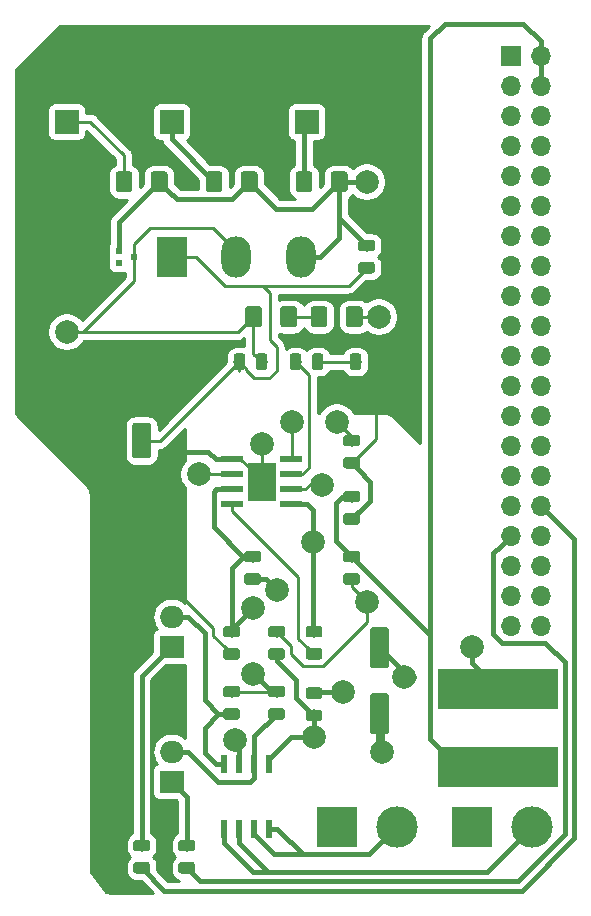
<source format=gbr>
G04 #@! TF.GenerationSoftware,KiCad,Pcbnew,5.1.4+dfsg1-1*
G04 #@! TF.CreationDate,2020-01-25T20:46:11+01:00*
G04 #@! TF.ProjectId,AstriPiCompute,41737472-6950-4694-936f-6d707574652e,rev?*
G04 #@! TF.SameCoordinates,Original*
G04 #@! TF.FileFunction,Copper,L1,Top*
G04 #@! TF.FilePolarity,Positive*
%FSLAX46Y46*%
G04 Gerber Fmt 4.6, Leading zero omitted, Abs format (unit mm)*
G04 Created by KiCad (PCBNEW 5.1.4+dfsg1-1) date 2020-01-25 20:46:11*
%MOMM*%
%LPD*%
G04 APERTURE LIST*
%ADD10C,0.100000*%
%ADD11C,0.975000*%
%ADD12O,1.700000X1.700000*%
%ADD13R,1.700000X1.700000*%
%ADD14C,1.425000*%
%ADD15C,1.998980*%
%ADD16R,1.998980X1.998980*%
%ADD17C,1.600000*%
%ADD18R,0.600000X0.500000*%
%ADD19C,3.500120*%
%ADD20R,3.500120X3.500120*%
%ADD21R,10.200000X3.500000*%
%ADD22R,2.500000X3.500000*%
%ADD23O,2.500000X3.500000*%
%ADD24R,2.000000X1.905000*%
%ADD25O,2.000000X1.905000*%
%ADD26R,0.609600X1.524000*%
%ADD27R,1.970000X0.600000*%
%ADD28R,2.410000X3.300000*%
%ADD29C,2.000000*%
%ADD30C,0.250000*%
%ADD31C,0.800000*%
%ADD32C,0.400000*%
%ADD33C,0.254000*%
G04 APERTURE END LIST*
D10*
G36*
X26605142Y-24701174D02*
G01*
X26628803Y-24704684D01*
X26652007Y-24710496D01*
X26674529Y-24718554D01*
X26696153Y-24728782D01*
X26716670Y-24741079D01*
X26735883Y-24755329D01*
X26753607Y-24771393D01*
X26769671Y-24789117D01*
X26783921Y-24808330D01*
X26796218Y-24828847D01*
X26806446Y-24850471D01*
X26814504Y-24872993D01*
X26820316Y-24896197D01*
X26823826Y-24919858D01*
X26825000Y-24943750D01*
X26825000Y-25856250D01*
X26823826Y-25880142D01*
X26820316Y-25903803D01*
X26814504Y-25927007D01*
X26806446Y-25949529D01*
X26796218Y-25971153D01*
X26783921Y-25991670D01*
X26769671Y-26010883D01*
X26753607Y-26028607D01*
X26735883Y-26044671D01*
X26716670Y-26058921D01*
X26696153Y-26071218D01*
X26674529Y-26081446D01*
X26652007Y-26089504D01*
X26628803Y-26095316D01*
X26605142Y-26098826D01*
X26581250Y-26100000D01*
X26093750Y-26100000D01*
X26069858Y-26098826D01*
X26046197Y-26095316D01*
X26022993Y-26089504D01*
X26000471Y-26081446D01*
X25978847Y-26071218D01*
X25958330Y-26058921D01*
X25939117Y-26044671D01*
X25921393Y-26028607D01*
X25905329Y-26010883D01*
X25891079Y-25991670D01*
X25878782Y-25971153D01*
X25868554Y-25949529D01*
X25860496Y-25927007D01*
X25854684Y-25903803D01*
X25851174Y-25880142D01*
X25850000Y-25856250D01*
X25850000Y-24943750D01*
X25851174Y-24919858D01*
X25854684Y-24896197D01*
X25860496Y-24872993D01*
X25868554Y-24850471D01*
X25878782Y-24828847D01*
X25891079Y-24808330D01*
X25905329Y-24789117D01*
X25921393Y-24771393D01*
X25939117Y-24755329D01*
X25958330Y-24741079D01*
X25978847Y-24728782D01*
X26000471Y-24718554D01*
X26022993Y-24710496D01*
X26046197Y-24704684D01*
X26069858Y-24701174D01*
X26093750Y-24700000D01*
X26581250Y-24700000D01*
X26605142Y-24701174D01*
X26605142Y-24701174D01*
G37*
D11*
X26337500Y-25400000D03*
D10*
G36*
X24730142Y-24701174D02*
G01*
X24753803Y-24704684D01*
X24777007Y-24710496D01*
X24799529Y-24718554D01*
X24821153Y-24728782D01*
X24841670Y-24741079D01*
X24860883Y-24755329D01*
X24878607Y-24771393D01*
X24894671Y-24789117D01*
X24908921Y-24808330D01*
X24921218Y-24828847D01*
X24931446Y-24850471D01*
X24939504Y-24872993D01*
X24945316Y-24896197D01*
X24948826Y-24919858D01*
X24950000Y-24943750D01*
X24950000Y-25856250D01*
X24948826Y-25880142D01*
X24945316Y-25903803D01*
X24939504Y-25927007D01*
X24931446Y-25949529D01*
X24921218Y-25971153D01*
X24908921Y-25991670D01*
X24894671Y-26010883D01*
X24878607Y-26028607D01*
X24860883Y-26044671D01*
X24841670Y-26058921D01*
X24821153Y-26071218D01*
X24799529Y-26081446D01*
X24777007Y-26089504D01*
X24753803Y-26095316D01*
X24730142Y-26098826D01*
X24706250Y-26100000D01*
X24218750Y-26100000D01*
X24194858Y-26098826D01*
X24171197Y-26095316D01*
X24147993Y-26089504D01*
X24125471Y-26081446D01*
X24103847Y-26071218D01*
X24083330Y-26058921D01*
X24064117Y-26044671D01*
X24046393Y-26028607D01*
X24030329Y-26010883D01*
X24016079Y-25991670D01*
X24003782Y-25971153D01*
X23993554Y-25949529D01*
X23985496Y-25927007D01*
X23979684Y-25903803D01*
X23976174Y-25880142D01*
X23975000Y-25856250D01*
X23975000Y-24943750D01*
X23976174Y-24919858D01*
X23979684Y-24896197D01*
X23985496Y-24872993D01*
X23993554Y-24850471D01*
X24003782Y-24828847D01*
X24016079Y-24808330D01*
X24030329Y-24789117D01*
X24046393Y-24771393D01*
X24064117Y-24755329D01*
X24083330Y-24741079D01*
X24103847Y-24728782D01*
X24125471Y-24718554D01*
X24147993Y-24710496D01*
X24171197Y-24704684D01*
X24194858Y-24701174D01*
X24218750Y-24700000D01*
X24706250Y-24700000D01*
X24730142Y-24701174D01*
X24730142Y-24701174D01*
G37*
D11*
X24462500Y-25400000D03*
D12*
X45212000Y-47752000D03*
X42672000Y-47752000D03*
X45212000Y-45212000D03*
X42672000Y-45212000D03*
X45212000Y-42672000D03*
X42672000Y-42672000D03*
X45212000Y-40132000D03*
X42672000Y-40132000D03*
X45212000Y-37592000D03*
X42672000Y-37592000D03*
X45212000Y-35052000D03*
X42672000Y-35052000D03*
X45212000Y-32512000D03*
X42672000Y-32512000D03*
X45212000Y-29972000D03*
X42672000Y-29972000D03*
X45212000Y-27432000D03*
X42672000Y-27432000D03*
X45212000Y-24892000D03*
X42672000Y-24892000D03*
X45212000Y-22352000D03*
X42672000Y-22352000D03*
X45212000Y-19812000D03*
X42672000Y-19812000D03*
X45212000Y-17272000D03*
X42672000Y-17272000D03*
X45212000Y-14732000D03*
X42672000Y-14732000D03*
X45212000Y-12192000D03*
X42672000Y-12192000D03*
X45212000Y-9652000D03*
X42672000Y-9652000D03*
X45212000Y-7112000D03*
X42672000Y-7112000D03*
X45212000Y-4572000D03*
X42672000Y-4572000D03*
X45212000Y-2032000D03*
X42672000Y-2032000D03*
X45212000Y508000D03*
D13*
X42672000Y508000D03*
D10*
G36*
X26939504Y-20716204D02*
G01*
X26963773Y-20719804D01*
X26987571Y-20725765D01*
X27010671Y-20734030D01*
X27032849Y-20744520D01*
X27053893Y-20757133D01*
X27073598Y-20771747D01*
X27091777Y-20788223D01*
X27108253Y-20806402D01*
X27122867Y-20826107D01*
X27135480Y-20847151D01*
X27145970Y-20869329D01*
X27154235Y-20892429D01*
X27160196Y-20916227D01*
X27163796Y-20940496D01*
X27165000Y-20965000D01*
X27165000Y-22215000D01*
X27163796Y-22239504D01*
X27160196Y-22263773D01*
X27154235Y-22287571D01*
X27145970Y-22310671D01*
X27135480Y-22332849D01*
X27122867Y-22353893D01*
X27108253Y-22373598D01*
X27091777Y-22391777D01*
X27073598Y-22408253D01*
X27053893Y-22422867D01*
X27032849Y-22435480D01*
X27010671Y-22445970D01*
X26987571Y-22454235D01*
X26963773Y-22460196D01*
X26939504Y-22463796D01*
X26915000Y-22465000D01*
X25990000Y-22465000D01*
X25965496Y-22463796D01*
X25941227Y-22460196D01*
X25917429Y-22454235D01*
X25894329Y-22445970D01*
X25872151Y-22435480D01*
X25851107Y-22422867D01*
X25831402Y-22408253D01*
X25813223Y-22391777D01*
X25796747Y-22373598D01*
X25782133Y-22353893D01*
X25769520Y-22332849D01*
X25759030Y-22310671D01*
X25750765Y-22287571D01*
X25744804Y-22263773D01*
X25741204Y-22239504D01*
X25740000Y-22215000D01*
X25740000Y-20965000D01*
X25741204Y-20940496D01*
X25744804Y-20916227D01*
X25750765Y-20892429D01*
X25759030Y-20869329D01*
X25769520Y-20847151D01*
X25782133Y-20826107D01*
X25796747Y-20806402D01*
X25813223Y-20788223D01*
X25831402Y-20771747D01*
X25851107Y-20757133D01*
X25872151Y-20744520D01*
X25894329Y-20734030D01*
X25917429Y-20725765D01*
X25941227Y-20719804D01*
X25965496Y-20716204D01*
X25990000Y-20715000D01*
X26915000Y-20715000D01*
X26939504Y-20716204D01*
X26939504Y-20716204D01*
G37*
D14*
X26452500Y-21590000D03*
D10*
G36*
X29914504Y-20716204D02*
G01*
X29938773Y-20719804D01*
X29962571Y-20725765D01*
X29985671Y-20734030D01*
X30007849Y-20744520D01*
X30028893Y-20757133D01*
X30048598Y-20771747D01*
X30066777Y-20788223D01*
X30083253Y-20806402D01*
X30097867Y-20826107D01*
X30110480Y-20847151D01*
X30120970Y-20869329D01*
X30129235Y-20892429D01*
X30135196Y-20916227D01*
X30138796Y-20940496D01*
X30140000Y-20965000D01*
X30140000Y-22215000D01*
X30138796Y-22239504D01*
X30135196Y-22263773D01*
X30129235Y-22287571D01*
X30120970Y-22310671D01*
X30110480Y-22332849D01*
X30097867Y-22353893D01*
X30083253Y-22373598D01*
X30066777Y-22391777D01*
X30048598Y-22408253D01*
X30028893Y-22422867D01*
X30007849Y-22435480D01*
X29985671Y-22445970D01*
X29962571Y-22454235D01*
X29938773Y-22460196D01*
X29914504Y-22463796D01*
X29890000Y-22465000D01*
X28965000Y-22465000D01*
X28940496Y-22463796D01*
X28916227Y-22460196D01*
X28892429Y-22454235D01*
X28869329Y-22445970D01*
X28847151Y-22435480D01*
X28826107Y-22422867D01*
X28806402Y-22408253D01*
X28788223Y-22391777D01*
X28771747Y-22373598D01*
X28757133Y-22353893D01*
X28744520Y-22332849D01*
X28734030Y-22310671D01*
X28725765Y-22287571D01*
X28719804Y-22263773D01*
X28716204Y-22239504D01*
X28715000Y-22215000D01*
X28715000Y-20965000D01*
X28716204Y-20940496D01*
X28719804Y-20916227D01*
X28725765Y-20892429D01*
X28734030Y-20869329D01*
X28744520Y-20847151D01*
X28757133Y-20826107D01*
X28771747Y-20806402D01*
X28788223Y-20788223D01*
X28806402Y-20771747D01*
X28826107Y-20757133D01*
X28847151Y-20744520D01*
X28869329Y-20734030D01*
X28892429Y-20725765D01*
X28916227Y-20719804D01*
X28940496Y-20716204D01*
X28965000Y-20715000D01*
X29890000Y-20715000D01*
X29914504Y-20716204D01*
X29914504Y-20716204D01*
G37*
D14*
X29427500Y-21590000D03*
D10*
G36*
X24363004Y-20716204D02*
G01*
X24387273Y-20719804D01*
X24411071Y-20725765D01*
X24434171Y-20734030D01*
X24456349Y-20744520D01*
X24477393Y-20757133D01*
X24497098Y-20771747D01*
X24515277Y-20788223D01*
X24531753Y-20806402D01*
X24546367Y-20826107D01*
X24558980Y-20847151D01*
X24569470Y-20869329D01*
X24577735Y-20892429D01*
X24583696Y-20916227D01*
X24587296Y-20940496D01*
X24588500Y-20965000D01*
X24588500Y-22215000D01*
X24587296Y-22239504D01*
X24583696Y-22263773D01*
X24577735Y-22287571D01*
X24569470Y-22310671D01*
X24558980Y-22332849D01*
X24546367Y-22353893D01*
X24531753Y-22373598D01*
X24515277Y-22391777D01*
X24497098Y-22408253D01*
X24477393Y-22422867D01*
X24456349Y-22435480D01*
X24434171Y-22445970D01*
X24411071Y-22454235D01*
X24387273Y-22460196D01*
X24363004Y-22463796D01*
X24338500Y-22465000D01*
X23413500Y-22465000D01*
X23388996Y-22463796D01*
X23364727Y-22460196D01*
X23340929Y-22454235D01*
X23317829Y-22445970D01*
X23295651Y-22435480D01*
X23274607Y-22422867D01*
X23254902Y-22408253D01*
X23236723Y-22391777D01*
X23220247Y-22373598D01*
X23205633Y-22353893D01*
X23193020Y-22332849D01*
X23182530Y-22310671D01*
X23174265Y-22287571D01*
X23168304Y-22263773D01*
X23164704Y-22239504D01*
X23163500Y-22215000D01*
X23163500Y-20965000D01*
X23164704Y-20940496D01*
X23168304Y-20916227D01*
X23174265Y-20892429D01*
X23182530Y-20869329D01*
X23193020Y-20847151D01*
X23205633Y-20826107D01*
X23220247Y-20806402D01*
X23236723Y-20788223D01*
X23254902Y-20771747D01*
X23274607Y-20757133D01*
X23295651Y-20744520D01*
X23317829Y-20734030D01*
X23340929Y-20725765D01*
X23364727Y-20719804D01*
X23388996Y-20716204D01*
X23413500Y-20715000D01*
X24338500Y-20715000D01*
X24363004Y-20716204D01*
X24363004Y-20716204D01*
G37*
D14*
X23876000Y-21590000D03*
D10*
G36*
X21388004Y-20716204D02*
G01*
X21412273Y-20719804D01*
X21436071Y-20725765D01*
X21459171Y-20734030D01*
X21481349Y-20744520D01*
X21502393Y-20757133D01*
X21522098Y-20771747D01*
X21540277Y-20788223D01*
X21556753Y-20806402D01*
X21571367Y-20826107D01*
X21583980Y-20847151D01*
X21594470Y-20869329D01*
X21602735Y-20892429D01*
X21608696Y-20916227D01*
X21612296Y-20940496D01*
X21613500Y-20965000D01*
X21613500Y-22215000D01*
X21612296Y-22239504D01*
X21608696Y-22263773D01*
X21602735Y-22287571D01*
X21594470Y-22310671D01*
X21583980Y-22332849D01*
X21571367Y-22353893D01*
X21556753Y-22373598D01*
X21540277Y-22391777D01*
X21522098Y-22408253D01*
X21502393Y-22422867D01*
X21481349Y-22435480D01*
X21459171Y-22445970D01*
X21436071Y-22454235D01*
X21412273Y-22460196D01*
X21388004Y-22463796D01*
X21363500Y-22465000D01*
X20438500Y-22465000D01*
X20413996Y-22463796D01*
X20389727Y-22460196D01*
X20365929Y-22454235D01*
X20342829Y-22445970D01*
X20320651Y-22435480D01*
X20299607Y-22422867D01*
X20279902Y-22408253D01*
X20261723Y-22391777D01*
X20245247Y-22373598D01*
X20230633Y-22353893D01*
X20218020Y-22332849D01*
X20207530Y-22310671D01*
X20199265Y-22287571D01*
X20193304Y-22263773D01*
X20189704Y-22239504D01*
X20188500Y-22215000D01*
X20188500Y-20965000D01*
X20189704Y-20940496D01*
X20193304Y-20916227D01*
X20199265Y-20892429D01*
X20207530Y-20869329D01*
X20218020Y-20847151D01*
X20230633Y-20826107D01*
X20245247Y-20806402D01*
X20261723Y-20788223D01*
X20279902Y-20771747D01*
X20299607Y-20757133D01*
X20320651Y-20744520D01*
X20342829Y-20734030D01*
X20365929Y-20725765D01*
X20389727Y-20719804D01*
X20413996Y-20716204D01*
X20438500Y-20715000D01*
X21363500Y-20715000D01*
X21388004Y-20716204D01*
X21388004Y-20716204D01*
G37*
D14*
X20901000Y-21590000D03*
D15*
X5080000Y-22860000D03*
D16*
X5080000Y-19050000D03*
D15*
X17780000Y-5080000D03*
D16*
X13970000Y-5080000D03*
D15*
X5080000Y-8890000D03*
D16*
X5080000Y-5080000D03*
D15*
X29210000Y-5080000D03*
D16*
X25400000Y-5080000D03*
D10*
G36*
X18049504Y-9286204D02*
G01*
X18073773Y-9289804D01*
X18097571Y-9295765D01*
X18120671Y-9304030D01*
X18142849Y-9314520D01*
X18163893Y-9327133D01*
X18183598Y-9341747D01*
X18201777Y-9358223D01*
X18218253Y-9376402D01*
X18232867Y-9396107D01*
X18245480Y-9417151D01*
X18255970Y-9439329D01*
X18264235Y-9462429D01*
X18270196Y-9486227D01*
X18273796Y-9510496D01*
X18275000Y-9535000D01*
X18275000Y-10785000D01*
X18273796Y-10809504D01*
X18270196Y-10833773D01*
X18264235Y-10857571D01*
X18255970Y-10880671D01*
X18245480Y-10902849D01*
X18232867Y-10923893D01*
X18218253Y-10943598D01*
X18201777Y-10961777D01*
X18183598Y-10978253D01*
X18163893Y-10992867D01*
X18142849Y-11005480D01*
X18120671Y-11015970D01*
X18097571Y-11024235D01*
X18073773Y-11030196D01*
X18049504Y-11033796D01*
X18025000Y-11035000D01*
X17100000Y-11035000D01*
X17075496Y-11033796D01*
X17051227Y-11030196D01*
X17027429Y-11024235D01*
X17004329Y-11015970D01*
X16982151Y-11005480D01*
X16961107Y-10992867D01*
X16941402Y-10978253D01*
X16923223Y-10961777D01*
X16906747Y-10943598D01*
X16892133Y-10923893D01*
X16879520Y-10902849D01*
X16869030Y-10880671D01*
X16860765Y-10857571D01*
X16854804Y-10833773D01*
X16851204Y-10809504D01*
X16850000Y-10785000D01*
X16850000Y-9535000D01*
X16851204Y-9510496D01*
X16854804Y-9486227D01*
X16860765Y-9462429D01*
X16869030Y-9439329D01*
X16879520Y-9417151D01*
X16892133Y-9396107D01*
X16906747Y-9376402D01*
X16923223Y-9358223D01*
X16941402Y-9341747D01*
X16961107Y-9327133D01*
X16982151Y-9314520D01*
X17004329Y-9304030D01*
X17027429Y-9295765D01*
X17051227Y-9289804D01*
X17075496Y-9286204D01*
X17100000Y-9285000D01*
X18025000Y-9285000D01*
X18049504Y-9286204D01*
X18049504Y-9286204D01*
G37*
D14*
X17562500Y-10160000D03*
D10*
G36*
X21024504Y-9286204D02*
G01*
X21048773Y-9289804D01*
X21072571Y-9295765D01*
X21095671Y-9304030D01*
X21117849Y-9314520D01*
X21138893Y-9327133D01*
X21158598Y-9341747D01*
X21176777Y-9358223D01*
X21193253Y-9376402D01*
X21207867Y-9396107D01*
X21220480Y-9417151D01*
X21230970Y-9439329D01*
X21239235Y-9462429D01*
X21245196Y-9486227D01*
X21248796Y-9510496D01*
X21250000Y-9535000D01*
X21250000Y-10785000D01*
X21248796Y-10809504D01*
X21245196Y-10833773D01*
X21239235Y-10857571D01*
X21230970Y-10880671D01*
X21220480Y-10902849D01*
X21207867Y-10923893D01*
X21193253Y-10943598D01*
X21176777Y-10961777D01*
X21158598Y-10978253D01*
X21138893Y-10992867D01*
X21117849Y-11005480D01*
X21095671Y-11015970D01*
X21072571Y-11024235D01*
X21048773Y-11030196D01*
X21024504Y-11033796D01*
X21000000Y-11035000D01*
X20075000Y-11035000D01*
X20050496Y-11033796D01*
X20026227Y-11030196D01*
X20002429Y-11024235D01*
X19979329Y-11015970D01*
X19957151Y-11005480D01*
X19936107Y-10992867D01*
X19916402Y-10978253D01*
X19898223Y-10961777D01*
X19881747Y-10943598D01*
X19867133Y-10923893D01*
X19854520Y-10902849D01*
X19844030Y-10880671D01*
X19835765Y-10857571D01*
X19829804Y-10833773D01*
X19826204Y-10809504D01*
X19825000Y-10785000D01*
X19825000Y-9535000D01*
X19826204Y-9510496D01*
X19829804Y-9486227D01*
X19835765Y-9462429D01*
X19844030Y-9439329D01*
X19854520Y-9417151D01*
X19867133Y-9396107D01*
X19881747Y-9376402D01*
X19898223Y-9358223D01*
X19916402Y-9341747D01*
X19936107Y-9327133D01*
X19957151Y-9314520D01*
X19979329Y-9304030D01*
X20002429Y-9295765D01*
X20026227Y-9289804D01*
X20050496Y-9286204D01*
X20075000Y-9285000D01*
X21000000Y-9285000D01*
X21024504Y-9286204D01*
X21024504Y-9286204D01*
G37*
D14*
X20537500Y-10160000D03*
D10*
G36*
X13404504Y-9286204D02*
G01*
X13428773Y-9289804D01*
X13452571Y-9295765D01*
X13475671Y-9304030D01*
X13497849Y-9314520D01*
X13518893Y-9327133D01*
X13538598Y-9341747D01*
X13556777Y-9358223D01*
X13573253Y-9376402D01*
X13587867Y-9396107D01*
X13600480Y-9417151D01*
X13610970Y-9439329D01*
X13619235Y-9462429D01*
X13625196Y-9486227D01*
X13628796Y-9510496D01*
X13630000Y-9535000D01*
X13630000Y-10785000D01*
X13628796Y-10809504D01*
X13625196Y-10833773D01*
X13619235Y-10857571D01*
X13610970Y-10880671D01*
X13600480Y-10902849D01*
X13587867Y-10923893D01*
X13573253Y-10943598D01*
X13556777Y-10961777D01*
X13538598Y-10978253D01*
X13518893Y-10992867D01*
X13497849Y-11005480D01*
X13475671Y-11015970D01*
X13452571Y-11024235D01*
X13428773Y-11030196D01*
X13404504Y-11033796D01*
X13380000Y-11035000D01*
X12455000Y-11035000D01*
X12430496Y-11033796D01*
X12406227Y-11030196D01*
X12382429Y-11024235D01*
X12359329Y-11015970D01*
X12337151Y-11005480D01*
X12316107Y-10992867D01*
X12296402Y-10978253D01*
X12278223Y-10961777D01*
X12261747Y-10943598D01*
X12247133Y-10923893D01*
X12234520Y-10902849D01*
X12224030Y-10880671D01*
X12215765Y-10857571D01*
X12209804Y-10833773D01*
X12206204Y-10809504D01*
X12205000Y-10785000D01*
X12205000Y-9535000D01*
X12206204Y-9510496D01*
X12209804Y-9486227D01*
X12215765Y-9462429D01*
X12224030Y-9439329D01*
X12234520Y-9417151D01*
X12247133Y-9396107D01*
X12261747Y-9376402D01*
X12278223Y-9358223D01*
X12296402Y-9341747D01*
X12316107Y-9327133D01*
X12337151Y-9314520D01*
X12359329Y-9304030D01*
X12382429Y-9295765D01*
X12406227Y-9289804D01*
X12430496Y-9286204D01*
X12455000Y-9285000D01*
X13380000Y-9285000D01*
X13404504Y-9286204D01*
X13404504Y-9286204D01*
G37*
D14*
X12917500Y-10160000D03*
D10*
G36*
X10429504Y-9286204D02*
G01*
X10453773Y-9289804D01*
X10477571Y-9295765D01*
X10500671Y-9304030D01*
X10522849Y-9314520D01*
X10543893Y-9327133D01*
X10563598Y-9341747D01*
X10581777Y-9358223D01*
X10598253Y-9376402D01*
X10612867Y-9396107D01*
X10625480Y-9417151D01*
X10635970Y-9439329D01*
X10644235Y-9462429D01*
X10650196Y-9486227D01*
X10653796Y-9510496D01*
X10655000Y-9535000D01*
X10655000Y-10785000D01*
X10653796Y-10809504D01*
X10650196Y-10833773D01*
X10644235Y-10857571D01*
X10635970Y-10880671D01*
X10625480Y-10902849D01*
X10612867Y-10923893D01*
X10598253Y-10943598D01*
X10581777Y-10961777D01*
X10563598Y-10978253D01*
X10543893Y-10992867D01*
X10522849Y-11005480D01*
X10500671Y-11015970D01*
X10477571Y-11024235D01*
X10453773Y-11030196D01*
X10429504Y-11033796D01*
X10405000Y-11035000D01*
X9480000Y-11035000D01*
X9455496Y-11033796D01*
X9431227Y-11030196D01*
X9407429Y-11024235D01*
X9384329Y-11015970D01*
X9362151Y-11005480D01*
X9341107Y-10992867D01*
X9321402Y-10978253D01*
X9303223Y-10961777D01*
X9286747Y-10943598D01*
X9272133Y-10923893D01*
X9259520Y-10902849D01*
X9249030Y-10880671D01*
X9240765Y-10857571D01*
X9234804Y-10833773D01*
X9231204Y-10809504D01*
X9230000Y-10785000D01*
X9230000Y-9535000D01*
X9231204Y-9510496D01*
X9234804Y-9486227D01*
X9240765Y-9462429D01*
X9249030Y-9439329D01*
X9259520Y-9417151D01*
X9272133Y-9396107D01*
X9286747Y-9376402D01*
X9303223Y-9358223D01*
X9321402Y-9341747D01*
X9341107Y-9327133D01*
X9362151Y-9314520D01*
X9384329Y-9304030D01*
X9407429Y-9295765D01*
X9431227Y-9289804D01*
X9455496Y-9286204D01*
X9480000Y-9285000D01*
X10405000Y-9285000D01*
X10429504Y-9286204D01*
X10429504Y-9286204D01*
G37*
D14*
X9942500Y-10160000D03*
D10*
G36*
X28644504Y-9286204D02*
G01*
X28668773Y-9289804D01*
X28692571Y-9295765D01*
X28715671Y-9304030D01*
X28737849Y-9314520D01*
X28758893Y-9327133D01*
X28778598Y-9341747D01*
X28796777Y-9358223D01*
X28813253Y-9376402D01*
X28827867Y-9396107D01*
X28840480Y-9417151D01*
X28850970Y-9439329D01*
X28859235Y-9462429D01*
X28865196Y-9486227D01*
X28868796Y-9510496D01*
X28870000Y-9535000D01*
X28870000Y-10785000D01*
X28868796Y-10809504D01*
X28865196Y-10833773D01*
X28859235Y-10857571D01*
X28850970Y-10880671D01*
X28840480Y-10902849D01*
X28827867Y-10923893D01*
X28813253Y-10943598D01*
X28796777Y-10961777D01*
X28778598Y-10978253D01*
X28758893Y-10992867D01*
X28737849Y-11005480D01*
X28715671Y-11015970D01*
X28692571Y-11024235D01*
X28668773Y-11030196D01*
X28644504Y-11033796D01*
X28620000Y-11035000D01*
X27695000Y-11035000D01*
X27670496Y-11033796D01*
X27646227Y-11030196D01*
X27622429Y-11024235D01*
X27599329Y-11015970D01*
X27577151Y-11005480D01*
X27556107Y-10992867D01*
X27536402Y-10978253D01*
X27518223Y-10961777D01*
X27501747Y-10943598D01*
X27487133Y-10923893D01*
X27474520Y-10902849D01*
X27464030Y-10880671D01*
X27455765Y-10857571D01*
X27449804Y-10833773D01*
X27446204Y-10809504D01*
X27445000Y-10785000D01*
X27445000Y-9535000D01*
X27446204Y-9510496D01*
X27449804Y-9486227D01*
X27455765Y-9462429D01*
X27464030Y-9439329D01*
X27474520Y-9417151D01*
X27487133Y-9396107D01*
X27501747Y-9376402D01*
X27518223Y-9358223D01*
X27536402Y-9341747D01*
X27556107Y-9327133D01*
X27577151Y-9314520D01*
X27599329Y-9304030D01*
X27622429Y-9295765D01*
X27646227Y-9289804D01*
X27670496Y-9286204D01*
X27695000Y-9285000D01*
X28620000Y-9285000D01*
X28644504Y-9286204D01*
X28644504Y-9286204D01*
G37*
D14*
X28157500Y-10160000D03*
D10*
G36*
X25669504Y-9286204D02*
G01*
X25693773Y-9289804D01*
X25717571Y-9295765D01*
X25740671Y-9304030D01*
X25762849Y-9314520D01*
X25783893Y-9327133D01*
X25803598Y-9341747D01*
X25821777Y-9358223D01*
X25838253Y-9376402D01*
X25852867Y-9396107D01*
X25865480Y-9417151D01*
X25875970Y-9439329D01*
X25884235Y-9462429D01*
X25890196Y-9486227D01*
X25893796Y-9510496D01*
X25895000Y-9535000D01*
X25895000Y-10785000D01*
X25893796Y-10809504D01*
X25890196Y-10833773D01*
X25884235Y-10857571D01*
X25875970Y-10880671D01*
X25865480Y-10902849D01*
X25852867Y-10923893D01*
X25838253Y-10943598D01*
X25821777Y-10961777D01*
X25803598Y-10978253D01*
X25783893Y-10992867D01*
X25762849Y-11005480D01*
X25740671Y-11015970D01*
X25717571Y-11024235D01*
X25693773Y-11030196D01*
X25669504Y-11033796D01*
X25645000Y-11035000D01*
X24720000Y-11035000D01*
X24695496Y-11033796D01*
X24671227Y-11030196D01*
X24647429Y-11024235D01*
X24624329Y-11015970D01*
X24602151Y-11005480D01*
X24581107Y-10992867D01*
X24561402Y-10978253D01*
X24543223Y-10961777D01*
X24526747Y-10943598D01*
X24512133Y-10923893D01*
X24499520Y-10902849D01*
X24489030Y-10880671D01*
X24480765Y-10857571D01*
X24474804Y-10833773D01*
X24471204Y-10809504D01*
X24470000Y-10785000D01*
X24470000Y-9535000D01*
X24471204Y-9510496D01*
X24474804Y-9486227D01*
X24480765Y-9462429D01*
X24489030Y-9439329D01*
X24499520Y-9417151D01*
X24512133Y-9396107D01*
X24526747Y-9376402D01*
X24543223Y-9358223D01*
X24561402Y-9341747D01*
X24581107Y-9327133D01*
X24602151Y-9314520D01*
X24624329Y-9304030D01*
X24647429Y-9295765D01*
X24671227Y-9289804D01*
X24695496Y-9286204D01*
X24720000Y-9285000D01*
X25645000Y-9285000D01*
X25669504Y-9286204D01*
X25669504Y-9286204D01*
G37*
D14*
X25182500Y-10160000D03*
D10*
G36*
X12004504Y-30591204D02*
G01*
X12028773Y-30594804D01*
X12052571Y-30600765D01*
X12075671Y-30609030D01*
X12097849Y-30619520D01*
X12118893Y-30632133D01*
X12138598Y-30646747D01*
X12156777Y-30663223D01*
X12173253Y-30681402D01*
X12187867Y-30701107D01*
X12200480Y-30722151D01*
X12210970Y-30744329D01*
X12219235Y-30767429D01*
X12225196Y-30791227D01*
X12228796Y-30815496D01*
X12230000Y-30840000D01*
X12230000Y-33340000D01*
X12228796Y-33364504D01*
X12225196Y-33388773D01*
X12219235Y-33412571D01*
X12210970Y-33435671D01*
X12200480Y-33457849D01*
X12187867Y-33478893D01*
X12173253Y-33498598D01*
X12156777Y-33516777D01*
X12138598Y-33533253D01*
X12118893Y-33547867D01*
X12097849Y-33560480D01*
X12075671Y-33570970D01*
X12052571Y-33579235D01*
X12028773Y-33585196D01*
X12004504Y-33588796D01*
X11980000Y-33590000D01*
X10880000Y-33590000D01*
X10855496Y-33588796D01*
X10831227Y-33585196D01*
X10807429Y-33579235D01*
X10784329Y-33570970D01*
X10762151Y-33560480D01*
X10741107Y-33547867D01*
X10721402Y-33533253D01*
X10703223Y-33516777D01*
X10686747Y-33498598D01*
X10672133Y-33478893D01*
X10659520Y-33457849D01*
X10649030Y-33435671D01*
X10640765Y-33412571D01*
X10634804Y-33388773D01*
X10631204Y-33364504D01*
X10630000Y-33340000D01*
X10630000Y-30840000D01*
X10631204Y-30815496D01*
X10634804Y-30791227D01*
X10640765Y-30767429D01*
X10649030Y-30744329D01*
X10659520Y-30722151D01*
X10672133Y-30701107D01*
X10686747Y-30681402D01*
X10703223Y-30663223D01*
X10721402Y-30646747D01*
X10741107Y-30632133D01*
X10762151Y-30619520D01*
X10784329Y-30609030D01*
X10807429Y-30600765D01*
X10831227Y-30594804D01*
X10855496Y-30591204D01*
X10880000Y-30590000D01*
X11980000Y-30590000D01*
X12004504Y-30591204D01*
X12004504Y-30591204D01*
G37*
D17*
X11430000Y-32090000D03*
D10*
G36*
X12004504Y-34991204D02*
G01*
X12028773Y-34994804D01*
X12052571Y-35000765D01*
X12075671Y-35009030D01*
X12097849Y-35019520D01*
X12118893Y-35032133D01*
X12138598Y-35046747D01*
X12156777Y-35063223D01*
X12173253Y-35081402D01*
X12187867Y-35101107D01*
X12200480Y-35122151D01*
X12210970Y-35144329D01*
X12219235Y-35167429D01*
X12225196Y-35191227D01*
X12228796Y-35215496D01*
X12230000Y-35240000D01*
X12230000Y-37740000D01*
X12228796Y-37764504D01*
X12225196Y-37788773D01*
X12219235Y-37812571D01*
X12210970Y-37835671D01*
X12200480Y-37857849D01*
X12187867Y-37878893D01*
X12173253Y-37898598D01*
X12156777Y-37916777D01*
X12138598Y-37933253D01*
X12118893Y-37947867D01*
X12097849Y-37960480D01*
X12075671Y-37970970D01*
X12052571Y-37979235D01*
X12028773Y-37985196D01*
X12004504Y-37988796D01*
X11980000Y-37990000D01*
X10880000Y-37990000D01*
X10855496Y-37988796D01*
X10831227Y-37985196D01*
X10807429Y-37979235D01*
X10784329Y-37970970D01*
X10762151Y-37960480D01*
X10741107Y-37947867D01*
X10721402Y-37933253D01*
X10703223Y-37916777D01*
X10686747Y-37898598D01*
X10672133Y-37878893D01*
X10659520Y-37857849D01*
X10649030Y-37835671D01*
X10640765Y-37812571D01*
X10634804Y-37788773D01*
X10631204Y-37764504D01*
X10630000Y-37740000D01*
X10630000Y-35240000D01*
X10631204Y-35215496D01*
X10634804Y-35191227D01*
X10640765Y-35167429D01*
X10649030Y-35144329D01*
X10659520Y-35122151D01*
X10672133Y-35101107D01*
X10686747Y-35081402D01*
X10703223Y-35063223D01*
X10721402Y-35046747D01*
X10741107Y-35032133D01*
X10762151Y-35019520D01*
X10784329Y-35009030D01*
X10807429Y-35000765D01*
X10831227Y-34994804D01*
X10855496Y-34991204D01*
X10880000Y-34990000D01*
X11980000Y-34990000D01*
X12004504Y-34991204D01*
X12004504Y-34991204D01*
G37*
D17*
X11430000Y-36490000D03*
D10*
G36*
X32149503Y-47866205D02*
G01*
X32173772Y-47869805D01*
X32197570Y-47875766D01*
X32220670Y-47884031D01*
X32242848Y-47894521D01*
X32263892Y-47907134D01*
X32283597Y-47921748D01*
X32301776Y-47938224D01*
X32318252Y-47956403D01*
X32332866Y-47976108D01*
X32345479Y-47997152D01*
X32355969Y-48019330D01*
X32364234Y-48042430D01*
X32370195Y-48066228D01*
X32373795Y-48090497D01*
X32374999Y-48115001D01*
X32374999Y-51115001D01*
X32373795Y-51139505D01*
X32370195Y-51163774D01*
X32364234Y-51187572D01*
X32355969Y-51210672D01*
X32345479Y-51232850D01*
X32332866Y-51253894D01*
X32318252Y-51273599D01*
X32301776Y-51291778D01*
X32283597Y-51308254D01*
X32263892Y-51322868D01*
X32242848Y-51335481D01*
X32220670Y-51345971D01*
X32197570Y-51354236D01*
X32173772Y-51360197D01*
X32149503Y-51363797D01*
X32124999Y-51365001D01*
X31024999Y-51365001D01*
X31000495Y-51363797D01*
X30976226Y-51360197D01*
X30952428Y-51354236D01*
X30929328Y-51345971D01*
X30907150Y-51335481D01*
X30886106Y-51322868D01*
X30866401Y-51308254D01*
X30848222Y-51291778D01*
X30831746Y-51273599D01*
X30817132Y-51253894D01*
X30804519Y-51232850D01*
X30794029Y-51210672D01*
X30785764Y-51187572D01*
X30779803Y-51163774D01*
X30776203Y-51139505D01*
X30774999Y-51115001D01*
X30774999Y-48115001D01*
X30776203Y-48090497D01*
X30779803Y-48066228D01*
X30785764Y-48042430D01*
X30794029Y-48019330D01*
X30804519Y-47997152D01*
X30817132Y-47976108D01*
X30831746Y-47956403D01*
X30848222Y-47938224D01*
X30866401Y-47921748D01*
X30886106Y-47907134D01*
X30907150Y-47894521D01*
X30929328Y-47884031D01*
X30952428Y-47875766D01*
X30976226Y-47869805D01*
X31000495Y-47866205D01*
X31024999Y-47865001D01*
X32124999Y-47865001D01*
X32149503Y-47866205D01*
X32149503Y-47866205D01*
G37*
D17*
X31574999Y-49615001D03*
D10*
G36*
X32149503Y-53466205D02*
G01*
X32173772Y-53469805D01*
X32197570Y-53475766D01*
X32220670Y-53484031D01*
X32242848Y-53494521D01*
X32263892Y-53507134D01*
X32283597Y-53521748D01*
X32301776Y-53538224D01*
X32318252Y-53556403D01*
X32332866Y-53576108D01*
X32345479Y-53597152D01*
X32355969Y-53619330D01*
X32364234Y-53642430D01*
X32370195Y-53666228D01*
X32373795Y-53690497D01*
X32374999Y-53715001D01*
X32374999Y-56715001D01*
X32373795Y-56739505D01*
X32370195Y-56763774D01*
X32364234Y-56787572D01*
X32355969Y-56810672D01*
X32345479Y-56832850D01*
X32332866Y-56853894D01*
X32318252Y-56873599D01*
X32301776Y-56891778D01*
X32283597Y-56908254D01*
X32263892Y-56922868D01*
X32242848Y-56935481D01*
X32220670Y-56945971D01*
X32197570Y-56954236D01*
X32173772Y-56960197D01*
X32149503Y-56963797D01*
X32124999Y-56965001D01*
X31024999Y-56965001D01*
X31000495Y-56963797D01*
X30976226Y-56960197D01*
X30952428Y-56954236D01*
X30929328Y-56945971D01*
X30907150Y-56935481D01*
X30886106Y-56922868D01*
X30866401Y-56908254D01*
X30848222Y-56891778D01*
X30831746Y-56873599D01*
X30817132Y-56853894D01*
X30804519Y-56832850D01*
X30794029Y-56810672D01*
X30785764Y-56787572D01*
X30779803Y-56763774D01*
X30776203Y-56739505D01*
X30774999Y-56715001D01*
X30774999Y-53715001D01*
X30776203Y-53690497D01*
X30779803Y-53666228D01*
X30785764Y-53642430D01*
X30794029Y-53619330D01*
X30804519Y-53597152D01*
X30817132Y-53576108D01*
X30831746Y-53556403D01*
X30848222Y-53538224D01*
X30866401Y-53521748D01*
X30886106Y-53507134D01*
X30907150Y-53494521D01*
X30929328Y-53484031D01*
X30952428Y-53475766D01*
X30976226Y-53469805D01*
X31000495Y-53466205D01*
X31024999Y-53465001D01*
X32124999Y-53465001D01*
X32149503Y-53466205D01*
X32149503Y-53466205D01*
G37*
D17*
X31574999Y-55215001D03*
D10*
G36*
X19530142Y-49648674D02*
G01*
X19553803Y-49652184D01*
X19577007Y-49657996D01*
X19599529Y-49666054D01*
X19621153Y-49676282D01*
X19641670Y-49688579D01*
X19660883Y-49702829D01*
X19678607Y-49718893D01*
X19694671Y-49736617D01*
X19708921Y-49755830D01*
X19721218Y-49776347D01*
X19731446Y-49797971D01*
X19739504Y-49820493D01*
X19745316Y-49843697D01*
X19748826Y-49867358D01*
X19750000Y-49891250D01*
X19750000Y-50378750D01*
X19748826Y-50402642D01*
X19745316Y-50426303D01*
X19739504Y-50449507D01*
X19731446Y-50472029D01*
X19721218Y-50493653D01*
X19708921Y-50514170D01*
X19694671Y-50533383D01*
X19678607Y-50551107D01*
X19660883Y-50567171D01*
X19641670Y-50581421D01*
X19621153Y-50593718D01*
X19599529Y-50603946D01*
X19577007Y-50612004D01*
X19553803Y-50617816D01*
X19530142Y-50621326D01*
X19506250Y-50622500D01*
X18593750Y-50622500D01*
X18569858Y-50621326D01*
X18546197Y-50617816D01*
X18522993Y-50612004D01*
X18500471Y-50603946D01*
X18478847Y-50593718D01*
X18458330Y-50581421D01*
X18439117Y-50567171D01*
X18421393Y-50551107D01*
X18405329Y-50533383D01*
X18391079Y-50514170D01*
X18378782Y-50493653D01*
X18368554Y-50472029D01*
X18360496Y-50449507D01*
X18354684Y-50426303D01*
X18351174Y-50402642D01*
X18350000Y-50378750D01*
X18350000Y-49891250D01*
X18351174Y-49867358D01*
X18354684Y-49843697D01*
X18360496Y-49820493D01*
X18368554Y-49797971D01*
X18378782Y-49776347D01*
X18391079Y-49755830D01*
X18405329Y-49736617D01*
X18421393Y-49718893D01*
X18439117Y-49702829D01*
X18458330Y-49688579D01*
X18478847Y-49676282D01*
X18500471Y-49666054D01*
X18522993Y-49657996D01*
X18546197Y-49652184D01*
X18569858Y-49648674D01*
X18593750Y-49647500D01*
X19506250Y-49647500D01*
X19530142Y-49648674D01*
X19530142Y-49648674D01*
G37*
D11*
X19050000Y-50135000D03*
D10*
G36*
X19530142Y-47773674D02*
G01*
X19553803Y-47777184D01*
X19577007Y-47782996D01*
X19599529Y-47791054D01*
X19621153Y-47801282D01*
X19641670Y-47813579D01*
X19660883Y-47827829D01*
X19678607Y-47843893D01*
X19694671Y-47861617D01*
X19708921Y-47880830D01*
X19721218Y-47901347D01*
X19731446Y-47922971D01*
X19739504Y-47945493D01*
X19745316Y-47968697D01*
X19748826Y-47992358D01*
X19750000Y-48016250D01*
X19750000Y-48503750D01*
X19748826Y-48527642D01*
X19745316Y-48551303D01*
X19739504Y-48574507D01*
X19731446Y-48597029D01*
X19721218Y-48618653D01*
X19708921Y-48639170D01*
X19694671Y-48658383D01*
X19678607Y-48676107D01*
X19660883Y-48692171D01*
X19641670Y-48706421D01*
X19621153Y-48718718D01*
X19599529Y-48728946D01*
X19577007Y-48737004D01*
X19553803Y-48742816D01*
X19530142Y-48746326D01*
X19506250Y-48747500D01*
X18593750Y-48747500D01*
X18569858Y-48746326D01*
X18546197Y-48742816D01*
X18522993Y-48737004D01*
X18500471Y-48728946D01*
X18478847Y-48718718D01*
X18458330Y-48706421D01*
X18439117Y-48692171D01*
X18421393Y-48676107D01*
X18405329Y-48658383D01*
X18391079Y-48639170D01*
X18378782Y-48618653D01*
X18368554Y-48597029D01*
X18360496Y-48574507D01*
X18354684Y-48551303D01*
X18351174Y-48527642D01*
X18350000Y-48503750D01*
X18350000Y-48016250D01*
X18351174Y-47992358D01*
X18354684Y-47968697D01*
X18360496Y-47945493D01*
X18368554Y-47922971D01*
X18378782Y-47901347D01*
X18391079Y-47880830D01*
X18405329Y-47861617D01*
X18421393Y-47843893D01*
X18439117Y-47827829D01*
X18458330Y-47813579D01*
X18478847Y-47801282D01*
X18500471Y-47791054D01*
X18522993Y-47782996D01*
X18546197Y-47777184D01*
X18569858Y-47773674D01*
X18593750Y-47772500D01*
X19506250Y-47772500D01*
X19530142Y-47773674D01*
X19530142Y-47773674D01*
G37*
D11*
X19050000Y-48260000D03*
D10*
G36*
X26505141Y-47773674D02*
G01*
X26528802Y-47777184D01*
X26552006Y-47782996D01*
X26574528Y-47791054D01*
X26596152Y-47801282D01*
X26616669Y-47813579D01*
X26635882Y-47827829D01*
X26653606Y-47843893D01*
X26669670Y-47861617D01*
X26683920Y-47880830D01*
X26696217Y-47901347D01*
X26706445Y-47922971D01*
X26714503Y-47945493D01*
X26720315Y-47968697D01*
X26723825Y-47992358D01*
X26724999Y-48016250D01*
X26724999Y-48503750D01*
X26723825Y-48527642D01*
X26720315Y-48551303D01*
X26714503Y-48574507D01*
X26706445Y-48597029D01*
X26696217Y-48618653D01*
X26683920Y-48639170D01*
X26669670Y-48658383D01*
X26653606Y-48676107D01*
X26635882Y-48692171D01*
X26616669Y-48706421D01*
X26596152Y-48718718D01*
X26574528Y-48728946D01*
X26552006Y-48737004D01*
X26528802Y-48742816D01*
X26505141Y-48746326D01*
X26481249Y-48747500D01*
X25568749Y-48747500D01*
X25544857Y-48746326D01*
X25521196Y-48742816D01*
X25497992Y-48737004D01*
X25475470Y-48728946D01*
X25453846Y-48718718D01*
X25433329Y-48706421D01*
X25414116Y-48692171D01*
X25396392Y-48676107D01*
X25380328Y-48658383D01*
X25366078Y-48639170D01*
X25353781Y-48618653D01*
X25343553Y-48597029D01*
X25335495Y-48574507D01*
X25329683Y-48551303D01*
X25326173Y-48527642D01*
X25324999Y-48503750D01*
X25324999Y-48016250D01*
X25326173Y-47992358D01*
X25329683Y-47968697D01*
X25335495Y-47945493D01*
X25343553Y-47922971D01*
X25353781Y-47901347D01*
X25366078Y-47880830D01*
X25380328Y-47861617D01*
X25396392Y-47843893D01*
X25414116Y-47827829D01*
X25433329Y-47813579D01*
X25453846Y-47801282D01*
X25475470Y-47791054D01*
X25497992Y-47782996D01*
X25521196Y-47777184D01*
X25544857Y-47773674D01*
X25568749Y-47772500D01*
X26481249Y-47772500D01*
X26505141Y-47773674D01*
X26505141Y-47773674D01*
G37*
D11*
X26024999Y-48260000D03*
D10*
G36*
X26505141Y-49648674D02*
G01*
X26528802Y-49652184D01*
X26552006Y-49657996D01*
X26574528Y-49666054D01*
X26596152Y-49676282D01*
X26616669Y-49688579D01*
X26635882Y-49702829D01*
X26653606Y-49718893D01*
X26669670Y-49736617D01*
X26683920Y-49755830D01*
X26696217Y-49776347D01*
X26706445Y-49797971D01*
X26714503Y-49820493D01*
X26720315Y-49843697D01*
X26723825Y-49867358D01*
X26724999Y-49891250D01*
X26724999Y-50378750D01*
X26723825Y-50402642D01*
X26720315Y-50426303D01*
X26714503Y-50449507D01*
X26706445Y-50472029D01*
X26696217Y-50493653D01*
X26683920Y-50514170D01*
X26669670Y-50533383D01*
X26653606Y-50551107D01*
X26635882Y-50567171D01*
X26616669Y-50581421D01*
X26596152Y-50593718D01*
X26574528Y-50603946D01*
X26552006Y-50612004D01*
X26528802Y-50617816D01*
X26505141Y-50621326D01*
X26481249Y-50622500D01*
X25568749Y-50622500D01*
X25544857Y-50621326D01*
X25521196Y-50617816D01*
X25497992Y-50612004D01*
X25475470Y-50603946D01*
X25453846Y-50593718D01*
X25433329Y-50581421D01*
X25414116Y-50567171D01*
X25396392Y-50551107D01*
X25380328Y-50533383D01*
X25366078Y-50514170D01*
X25353781Y-50493653D01*
X25343553Y-50472029D01*
X25335495Y-50449507D01*
X25329683Y-50426303D01*
X25326173Y-50402642D01*
X25324999Y-50378750D01*
X25324999Y-49891250D01*
X25326173Y-49867358D01*
X25329683Y-49843697D01*
X25335495Y-49820493D01*
X25343553Y-49797971D01*
X25353781Y-49776347D01*
X25366078Y-49755830D01*
X25380328Y-49736617D01*
X25396392Y-49718893D01*
X25414116Y-49702829D01*
X25433329Y-49688579D01*
X25453846Y-49676282D01*
X25475470Y-49666054D01*
X25497992Y-49657996D01*
X25521196Y-49652184D01*
X25544857Y-49648674D01*
X25568749Y-49647500D01*
X26481249Y-49647500D01*
X26505141Y-49648674D01*
X26505141Y-49648674D01*
G37*
D11*
X26024999Y-50135000D03*
D10*
G36*
X29690142Y-36343674D02*
G01*
X29713803Y-36347184D01*
X29737007Y-36352996D01*
X29759529Y-36361054D01*
X29781153Y-36371282D01*
X29801670Y-36383579D01*
X29820883Y-36397829D01*
X29838607Y-36413893D01*
X29854671Y-36431617D01*
X29868921Y-36450830D01*
X29881218Y-36471347D01*
X29891446Y-36492971D01*
X29899504Y-36515493D01*
X29905316Y-36538697D01*
X29908826Y-36562358D01*
X29910000Y-36586250D01*
X29910000Y-37073750D01*
X29908826Y-37097642D01*
X29905316Y-37121303D01*
X29899504Y-37144507D01*
X29891446Y-37167029D01*
X29881218Y-37188653D01*
X29868921Y-37209170D01*
X29854671Y-37228383D01*
X29838607Y-37246107D01*
X29820883Y-37262171D01*
X29801670Y-37276421D01*
X29781153Y-37288718D01*
X29759529Y-37298946D01*
X29737007Y-37307004D01*
X29713803Y-37312816D01*
X29690142Y-37316326D01*
X29666250Y-37317500D01*
X28753750Y-37317500D01*
X28729858Y-37316326D01*
X28706197Y-37312816D01*
X28682993Y-37307004D01*
X28660471Y-37298946D01*
X28638847Y-37288718D01*
X28618330Y-37276421D01*
X28599117Y-37262171D01*
X28581393Y-37246107D01*
X28565329Y-37228383D01*
X28551079Y-37209170D01*
X28538782Y-37188653D01*
X28528554Y-37167029D01*
X28520496Y-37144507D01*
X28514684Y-37121303D01*
X28511174Y-37097642D01*
X28510000Y-37073750D01*
X28510000Y-36586250D01*
X28511174Y-36562358D01*
X28514684Y-36538697D01*
X28520496Y-36515493D01*
X28528554Y-36492971D01*
X28538782Y-36471347D01*
X28551079Y-36450830D01*
X28565329Y-36431617D01*
X28581393Y-36413893D01*
X28599117Y-36397829D01*
X28618330Y-36383579D01*
X28638847Y-36371282D01*
X28660471Y-36361054D01*
X28682993Y-36352996D01*
X28706197Y-36347184D01*
X28729858Y-36343674D01*
X28753750Y-36342500D01*
X29666250Y-36342500D01*
X29690142Y-36343674D01*
X29690142Y-36343674D01*
G37*
D11*
X29210000Y-36830000D03*
D10*
G36*
X29690142Y-38218674D02*
G01*
X29713803Y-38222184D01*
X29737007Y-38227996D01*
X29759529Y-38236054D01*
X29781153Y-38246282D01*
X29801670Y-38258579D01*
X29820883Y-38272829D01*
X29838607Y-38288893D01*
X29854671Y-38306617D01*
X29868921Y-38325830D01*
X29881218Y-38346347D01*
X29891446Y-38367971D01*
X29899504Y-38390493D01*
X29905316Y-38413697D01*
X29908826Y-38437358D01*
X29910000Y-38461250D01*
X29910000Y-38948750D01*
X29908826Y-38972642D01*
X29905316Y-38996303D01*
X29899504Y-39019507D01*
X29891446Y-39042029D01*
X29881218Y-39063653D01*
X29868921Y-39084170D01*
X29854671Y-39103383D01*
X29838607Y-39121107D01*
X29820883Y-39137171D01*
X29801670Y-39151421D01*
X29781153Y-39163718D01*
X29759529Y-39173946D01*
X29737007Y-39182004D01*
X29713803Y-39187816D01*
X29690142Y-39191326D01*
X29666250Y-39192500D01*
X28753750Y-39192500D01*
X28729858Y-39191326D01*
X28706197Y-39187816D01*
X28682993Y-39182004D01*
X28660471Y-39173946D01*
X28638847Y-39163718D01*
X28618330Y-39151421D01*
X28599117Y-39137171D01*
X28581393Y-39121107D01*
X28565329Y-39103383D01*
X28551079Y-39084170D01*
X28538782Y-39063653D01*
X28528554Y-39042029D01*
X28520496Y-39019507D01*
X28514684Y-38996303D01*
X28511174Y-38972642D01*
X28510000Y-38948750D01*
X28510000Y-38461250D01*
X28511174Y-38437358D01*
X28514684Y-38413697D01*
X28520496Y-38390493D01*
X28528554Y-38367971D01*
X28538782Y-38346347D01*
X28551079Y-38325830D01*
X28565329Y-38306617D01*
X28581393Y-38288893D01*
X28599117Y-38272829D01*
X28618330Y-38258579D01*
X28638847Y-38246282D01*
X28660471Y-38236054D01*
X28682993Y-38227996D01*
X28706197Y-38222184D01*
X28729858Y-38218674D01*
X28753750Y-38217500D01*
X29666250Y-38217500D01*
X29690142Y-38218674D01*
X29690142Y-38218674D01*
G37*
D11*
X29210000Y-38705000D03*
D18*
X9510000Y-17010000D03*
X9510000Y-16010000D03*
X10810000Y-16510000D03*
D19*
X33020000Y-64770000D03*
D20*
X27940000Y-64770000D03*
X39370000Y-64770000D03*
D19*
X44450000Y-64770000D03*
D21*
X41569999Y-53090000D03*
X41569999Y-59690000D03*
D22*
X13970000Y-16510000D03*
D23*
X19445000Y-16510000D03*
X24920000Y-16510000D03*
D24*
X13970000Y-60960000D03*
D25*
X13970000Y-58420000D03*
X13970000Y-55880000D03*
X13970000Y-44450000D03*
X13970000Y-46990000D03*
D24*
X13970000Y-49530000D03*
D10*
G36*
X19982642Y-24701174D02*
G01*
X20006303Y-24704684D01*
X20029507Y-24710496D01*
X20052029Y-24718554D01*
X20073653Y-24728782D01*
X20094170Y-24741079D01*
X20113383Y-24755329D01*
X20131107Y-24771393D01*
X20147171Y-24789117D01*
X20161421Y-24808330D01*
X20173718Y-24828847D01*
X20183946Y-24850471D01*
X20192004Y-24872993D01*
X20197816Y-24896197D01*
X20201326Y-24919858D01*
X20202500Y-24943750D01*
X20202500Y-25856250D01*
X20201326Y-25880142D01*
X20197816Y-25903803D01*
X20192004Y-25927007D01*
X20183946Y-25949529D01*
X20173718Y-25971153D01*
X20161421Y-25991670D01*
X20147171Y-26010883D01*
X20131107Y-26028607D01*
X20113383Y-26044671D01*
X20094170Y-26058921D01*
X20073653Y-26071218D01*
X20052029Y-26081446D01*
X20029507Y-26089504D01*
X20006303Y-26095316D01*
X19982642Y-26098826D01*
X19958750Y-26100000D01*
X19471250Y-26100000D01*
X19447358Y-26098826D01*
X19423697Y-26095316D01*
X19400493Y-26089504D01*
X19377971Y-26081446D01*
X19356347Y-26071218D01*
X19335830Y-26058921D01*
X19316617Y-26044671D01*
X19298893Y-26028607D01*
X19282829Y-26010883D01*
X19268579Y-25991670D01*
X19256282Y-25971153D01*
X19246054Y-25949529D01*
X19237996Y-25927007D01*
X19232184Y-25903803D01*
X19228674Y-25880142D01*
X19227500Y-25856250D01*
X19227500Y-24943750D01*
X19228674Y-24919858D01*
X19232184Y-24896197D01*
X19237996Y-24872993D01*
X19246054Y-24850471D01*
X19256282Y-24828847D01*
X19268579Y-24808330D01*
X19282829Y-24789117D01*
X19298893Y-24771393D01*
X19316617Y-24755329D01*
X19335830Y-24741079D01*
X19356347Y-24728782D01*
X19377971Y-24718554D01*
X19400493Y-24710496D01*
X19423697Y-24704684D01*
X19447358Y-24701174D01*
X19471250Y-24700000D01*
X19958750Y-24700000D01*
X19982642Y-24701174D01*
X19982642Y-24701174D01*
G37*
D11*
X19715000Y-25400000D03*
D10*
G36*
X21857642Y-24701174D02*
G01*
X21881303Y-24704684D01*
X21904507Y-24710496D01*
X21927029Y-24718554D01*
X21948653Y-24728782D01*
X21969170Y-24741079D01*
X21988383Y-24755329D01*
X22006107Y-24771393D01*
X22022171Y-24789117D01*
X22036421Y-24808330D01*
X22048718Y-24828847D01*
X22058946Y-24850471D01*
X22067004Y-24872993D01*
X22072816Y-24896197D01*
X22076326Y-24919858D01*
X22077500Y-24943750D01*
X22077500Y-25856250D01*
X22076326Y-25880142D01*
X22072816Y-25903803D01*
X22067004Y-25927007D01*
X22058946Y-25949529D01*
X22048718Y-25971153D01*
X22036421Y-25991670D01*
X22022171Y-26010883D01*
X22006107Y-26028607D01*
X21988383Y-26044671D01*
X21969170Y-26058921D01*
X21948653Y-26071218D01*
X21927029Y-26081446D01*
X21904507Y-26089504D01*
X21881303Y-26095316D01*
X21857642Y-26098826D01*
X21833750Y-26100000D01*
X21346250Y-26100000D01*
X21322358Y-26098826D01*
X21298697Y-26095316D01*
X21275493Y-26089504D01*
X21252971Y-26081446D01*
X21231347Y-26071218D01*
X21210830Y-26058921D01*
X21191617Y-26044671D01*
X21173893Y-26028607D01*
X21157829Y-26010883D01*
X21143579Y-25991670D01*
X21131282Y-25971153D01*
X21121054Y-25949529D01*
X21112996Y-25927007D01*
X21107184Y-25903803D01*
X21103674Y-25880142D01*
X21102500Y-25856250D01*
X21102500Y-24943750D01*
X21103674Y-24919858D01*
X21107184Y-24896197D01*
X21112996Y-24872993D01*
X21121054Y-24850471D01*
X21131282Y-24828847D01*
X21143579Y-24808330D01*
X21157829Y-24789117D01*
X21173893Y-24771393D01*
X21191617Y-24755329D01*
X21210830Y-24741079D01*
X21231347Y-24728782D01*
X21252971Y-24718554D01*
X21275493Y-24710496D01*
X21298697Y-24704684D01*
X21322358Y-24701174D01*
X21346250Y-24700000D01*
X21833750Y-24700000D01*
X21857642Y-24701174D01*
X21857642Y-24701174D01*
G37*
D11*
X21590000Y-25400000D03*
D10*
G36*
X30960142Y-15086174D02*
G01*
X30983803Y-15089684D01*
X31007007Y-15095496D01*
X31029529Y-15103554D01*
X31051153Y-15113782D01*
X31071670Y-15126079D01*
X31090883Y-15140329D01*
X31108607Y-15156393D01*
X31124671Y-15174117D01*
X31138921Y-15193330D01*
X31151218Y-15213847D01*
X31161446Y-15235471D01*
X31169504Y-15257993D01*
X31175316Y-15281197D01*
X31178826Y-15304858D01*
X31180000Y-15328750D01*
X31180000Y-15816250D01*
X31178826Y-15840142D01*
X31175316Y-15863803D01*
X31169504Y-15887007D01*
X31161446Y-15909529D01*
X31151218Y-15931153D01*
X31138921Y-15951670D01*
X31124671Y-15970883D01*
X31108607Y-15988607D01*
X31090883Y-16004671D01*
X31071670Y-16018921D01*
X31051153Y-16031218D01*
X31029529Y-16041446D01*
X31007007Y-16049504D01*
X30983803Y-16055316D01*
X30960142Y-16058826D01*
X30936250Y-16060000D01*
X30023750Y-16060000D01*
X29999858Y-16058826D01*
X29976197Y-16055316D01*
X29952993Y-16049504D01*
X29930471Y-16041446D01*
X29908847Y-16031218D01*
X29888330Y-16018921D01*
X29869117Y-16004671D01*
X29851393Y-15988607D01*
X29835329Y-15970883D01*
X29821079Y-15951670D01*
X29808782Y-15931153D01*
X29798554Y-15909529D01*
X29790496Y-15887007D01*
X29784684Y-15863803D01*
X29781174Y-15840142D01*
X29780000Y-15816250D01*
X29780000Y-15328750D01*
X29781174Y-15304858D01*
X29784684Y-15281197D01*
X29790496Y-15257993D01*
X29798554Y-15235471D01*
X29808782Y-15213847D01*
X29821079Y-15193330D01*
X29835329Y-15174117D01*
X29851393Y-15156393D01*
X29869117Y-15140329D01*
X29888330Y-15126079D01*
X29908847Y-15113782D01*
X29930471Y-15103554D01*
X29952993Y-15095496D01*
X29976197Y-15089684D01*
X29999858Y-15086174D01*
X30023750Y-15085000D01*
X30936250Y-15085000D01*
X30960142Y-15086174D01*
X30960142Y-15086174D01*
G37*
D11*
X30480000Y-15572500D03*
D10*
G36*
X30960142Y-16961174D02*
G01*
X30983803Y-16964684D01*
X31007007Y-16970496D01*
X31029529Y-16978554D01*
X31051153Y-16988782D01*
X31071670Y-17001079D01*
X31090883Y-17015329D01*
X31108607Y-17031393D01*
X31124671Y-17049117D01*
X31138921Y-17068330D01*
X31151218Y-17088847D01*
X31161446Y-17110471D01*
X31169504Y-17132993D01*
X31175316Y-17156197D01*
X31178826Y-17179858D01*
X31180000Y-17203750D01*
X31180000Y-17691250D01*
X31178826Y-17715142D01*
X31175316Y-17738803D01*
X31169504Y-17762007D01*
X31161446Y-17784529D01*
X31151218Y-17806153D01*
X31138921Y-17826670D01*
X31124671Y-17845883D01*
X31108607Y-17863607D01*
X31090883Y-17879671D01*
X31071670Y-17893921D01*
X31051153Y-17906218D01*
X31029529Y-17916446D01*
X31007007Y-17924504D01*
X30983803Y-17930316D01*
X30960142Y-17933826D01*
X30936250Y-17935000D01*
X30023750Y-17935000D01*
X29999858Y-17933826D01*
X29976197Y-17930316D01*
X29952993Y-17924504D01*
X29930471Y-17916446D01*
X29908847Y-17906218D01*
X29888330Y-17893921D01*
X29869117Y-17879671D01*
X29851393Y-17863607D01*
X29835329Y-17845883D01*
X29821079Y-17826670D01*
X29808782Y-17806153D01*
X29798554Y-17784529D01*
X29790496Y-17762007D01*
X29784684Y-17738803D01*
X29781174Y-17715142D01*
X29780000Y-17691250D01*
X29780000Y-17203750D01*
X29781174Y-17179858D01*
X29784684Y-17156197D01*
X29790496Y-17132993D01*
X29798554Y-17110471D01*
X29808782Y-17088847D01*
X29821079Y-17068330D01*
X29835329Y-17049117D01*
X29851393Y-17031393D01*
X29869117Y-17015329D01*
X29888330Y-17001079D01*
X29908847Y-16988782D01*
X29930471Y-16978554D01*
X29952993Y-16970496D01*
X29976197Y-16964684D01*
X29999858Y-16961174D01*
X30023750Y-16960000D01*
X30936250Y-16960000D01*
X30960142Y-16961174D01*
X30960142Y-16961174D01*
G37*
D11*
X30480000Y-17447500D03*
D10*
G36*
X15720142Y-67761174D02*
G01*
X15743803Y-67764684D01*
X15767007Y-67770496D01*
X15789529Y-67778554D01*
X15811153Y-67788782D01*
X15831670Y-67801079D01*
X15850883Y-67815329D01*
X15868607Y-67831393D01*
X15884671Y-67849117D01*
X15898921Y-67868330D01*
X15911218Y-67888847D01*
X15921446Y-67910471D01*
X15929504Y-67932993D01*
X15935316Y-67956197D01*
X15938826Y-67979858D01*
X15940000Y-68003750D01*
X15940000Y-68491250D01*
X15938826Y-68515142D01*
X15935316Y-68538803D01*
X15929504Y-68562007D01*
X15921446Y-68584529D01*
X15911218Y-68606153D01*
X15898921Y-68626670D01*
X15884671Y-68645883D01*
X15868607Y-68663607D01*
X15850883Y-68679671D01*
X15831670Y-68693921D01*
X15811153Y-68706218D01*
X15789529Y-68716446D01*
X15767007Y-68724504D01*
X15743803Y-68730316D01*
X15720142Y-68733826D01*
X15696250Y-68735000D01*
X14783750Y-68735000D01*
X14759858Y-68733826D01*
X14736197Y-68730316D01*
X14712993Y-68724504D01*
X14690471Y-68716446D01*
X14668847Y-68706218D01*
X14648330Y-68693921D01*
X14629117Y-68679671D01*
X14611393Y-68663607D01*
X14595329Y-68645883D01*
X14581079Y-68626670D01*
X14568782Y-68606153D01*
X14558554Y-68584529D01*
X14550496Y-68562007D01*
X14544684Y-68538803D01*
X14541174Y-68515142D01*
X14540000Y-68491250D01*
X14540000Y-68003750D01*
X14541174Y-67979858D01*
X14544684Y-67956197D01*
X14550496Y-67932993D01*
X14558554Y-67910471D01*
X14568782Y-67888847D01*
X14581079Y-67868330D01*
X14595329Y-67849117D01*
X14611393Y-67831393D01*
X14629117Y-67815329D01*
X14648330Y-67801079D01*
X14668847Y-67788782D01*
X14690471Y-67778554D01*
X14712993Y-67770496D01*
X14736197Y-67764684D01*
X14759858Y-67761174D01*
X14783750Y-67760000D01*
X15696250Y-67760000D01*
X15720142Y-67761174D01*
X15720142Y-67761174D01*
G37*
D11*
X15240000Y-68247500D03*
D10*
G36*
X15720142Y-65886174D02*
G01*
X15743803Y-65889684D01*
X15767007Y-65895496D01*
X15789529Y-65903554D01*
X15811153Y-65913782D01*
X15831670Y-65926079D01*
X15850883Y-65940329D01*
X15868607Y-65956393D01*
X15884671Y-65974117D01*
X15898921Y-65993330D01*
X15911218Y-66013847D01*
X15921446Y-66035471D01*
X15929504Y-66057993D01*
X15935316Y-66081197D01*
X15938826Y-66104858D01*
X15940000Y-66128750D01*
X15940000Y-66616250D01*
X15938826Y-66640142D01*
X15935316Y-66663803D01*
X15929504Y-66687007D01*
X15921446Y-66709529D01*
X15911218Y-66731153D01*
X15898921Y-66751670D01*
X15884671Y-66770883D01*
X15868607Y-66788607D01*
X15850883Y-66804671D01*
X15831670Y-66818921D01*
X15811153Y-66831218D01*
X15789529Y-66841446D01*
X15767007Y-66849504D01*
X15743803Y-66855316D01*
X15720142Y-66858826D01*
X15696250Y-66860000D01*
X14783750Y-66860000D01*
X14759858Y-66858826D01*
X14736197Y-66855316D01*
X14712993Y-66849504D01*
X14690471Y-66841446D01*
X14668847Y-66831218D01*
X14648330Y-66818921D01*
X14629117Y-66804671D01*
X14611393Y-66788607D01*
X14595329Y-66770883D01*
X14581079Y-66751670D01*
X14568782Y-66731153D01*
X14558554Y-66709529D01*
X14550496Y-66687007D01*
X14544684Y-66663803D01*
X14541174Y-66640142D01*
X14540000Y-66616250D01*
X14540000Y-66128750D01*
X14541174Y-66104858D01*
X14544684Y-66081197D01*
X14550496Y-66057993D01*
X14558554Y-66035471D01*
X14568782Y-66013847D01*
X14581079Y-65993330D01*
X14595329Y-65974117D01*
X14611393Y-65956393D01*
X14629117Y-65940329D01*
X14648330Y-65926079D01*
X14668847Y-65913782D01*
X14690471Y-65903554D01*
X14712993Y-65895496D01*
X14736197Y-65889684D01*
X14759858Y-65886174D01*
X14783750Y-65885000D01*
X15696250Y-65885000D01*
X15720142Y-65886174D01*
X15720142Y-65886174D01*
G37*
D11*
X15240000Y-66372500D03*
D10*
G36*
X23340142Y-52853674D02*
G01*
X23363803Y-52857184D01*
X23387007Y-52862996D01*
X23409529Y-52871054D01*
X23431153Y-52881282D01*
X23451670Y-52893579D01*
X23470883Y-52907829D01*
X23488607Y-52923893D01*
X23504671Y-52941617D01*
X23518921Y-52960830D01*
X23531218Y-52981347D01*
X23541446Y-53002971D01*
X23549504Y-53025493D01*
X23555316Y-53048697D01*
X23558826Y-53072358D01*
X23560000Y-53096250D01*
X23560000Y-53583750D01*
X23558826Y-53607642D01*
X23555316Y-53631303D01*
X23549504Y-53654507D01*
X23541446Y-53677029D01*
X23531218Y-53698653D01*
X23518921Y-53719170D01*
X23504671Y-53738383D01*
X23488607Y-53756107D01*
X23470883Y-53772171D01*
X23451670Y-53786421D01*
X23431153Y-53798718D01*
X23409529Y-53808946D01*
X23387007Y-53817004D01*
X23363803Y-53822816D01*
X23340142Y-53826326D01*
X23316250Y-53827500D01*
X22403750Y-53827500D01*
X22379858Y-53826326D01*
X22356197Y-53822816D01*
X22332993Y-53817004D01*
X22310471Y-53808946D01*
X22288847Y-53798718D01*
X22268330Y-53786421D01*
X22249117Y-53772171D01*
X22231393Y-53756107D01*
X22215329Y-53738383D01*
X22201079Y-53719170D01*
X22188782Y-53698653D01*
X22178554Y-53677029D01*
X22170496Y-53654507D01*
X22164684Y-53631303D01*
X22161174Y-53607642D01*
X22160000Y-53583750D01*
X22160000Y-53096250D01*
X22161174Y-53072358D01*
X22164684Y-53048697D01*
X22170496Y-53025493D01*
X22178554Y-53002971D01*
X22188782Y-52981347D01*
X22201079Y-52960830D01*
X22215329Y-52941617D01*
X22231393Y-52923893D01*
X22249117Y-52907829D01*
X22268330Y-52893579D01*
X22288847Y-52881282D01*
X22310471Y-52871054D01*
X22332993Y-52862996D01*
X22356197Y-52857184D01*
X22379858Y-52853674D01*
X22403750Y-52852500D01*
X23316250Y-52852500D01*
X23340142Y-52853674D01*
X23340142Y-52853674D01*
G37*
D11*
X22860000Y-53340000D03*
D10*
G36*
X23340142Y-54728674D02*
G01*
X23363803Y-54732184D01*
X23387007Y-54737996D01*
X23409529Y-54746054D01*
X23431153Y-54756282D01*
X23451670Y-54768579D01*
X23470883Y-54782829D01*
X23488607Y-54798893D01*
X23504671Y-54816617D01*
X23518921Y-54835830D01*
X23531218Y-54856347D01*
X23541446Y-54877971D01*
X23549504Y-54900493D01*
X23555316Y-54923697D01*
X23558826Y-54947358D01*
X23560000Y-54971250D01*
X23560000Y-55458750D01*
X23558826Y-55482642D01*
X23555316Y-55506303D01*
X23549504Y-55529507D01*
X23541446Y-55552029D01*
X23531218Y-55573653D01*
X23518921Y-55594170D01*
X23504671Y-55613383D01*
X23488607Y-55631107D01*
X23470883Y-55647171D01*
X23451670Y-55661421D01*
X23431153Y-55673718D01*
X23409529Y-55683946D01*
X23387007Y-55692004D01*
X23363803Y-55697816D01*
X23340142Y-55701326D01*
X23316250Y-55702500D01*
X22403750Y-55702500D01*
X22379858Y-55701326D01*
X22356197Y-55697816D01*
X22332993Y-55692004D01*
X22310471Y-55683946D01*
X22288847Y-55673718D01*
X22268330Y-55661421D01*
X22249117Y-55647171D01*
X22231393Y-55631107D01*
X22215329Y-55613383D01*
X22201079Y-55594170D01*
X22188782Y-55573653D01*
X22178554Y-55552029D01*
X22170496Y-55529507D01*
X22164684Y-55506303D01*
X22161174Y-55482642D01*
X22160000Y-55458750D01*
X22160000Y-54971250D01*
X22161174Y-54947358D01*
X22164684Y-54923697D01*
X22170496Y-54900493D01*
X22178554Y-54877971D01*
X22188782Y-54856347D01*
X22201079Y-54835830D01*
X22215329Y-54816617D01*
X22231393Y-54798893D01*
X22249117Y-54782829D01*
X22268330Y-54768579D01*
X22288847Y-54756282D01*
X22310471Y-54746054D01*
X22332993Y-54737996D01*
X22356197Y-54732184D01*
X22379858Y-54728674D01*
X22403750Y-54727500D01*
X23316250Y-54727500D01*
X23340142Y-54728674D01*
X23340142Y-54728674D01*
G37*
D11*
X22860000Y-55215000D03*
D10*
G36*
X21308142Y-41423674D02*
G01*
X21331803Y-41427184D01*
X21355007Y-41432996D01*
X21377529Y-41441054D01*
X21399153Y-41451282D01*
X21419670Y-41463579D01*
X21438883Y-41477829D01*
X21456607Y-41493893D01*
X21472671Y-41511617D01*
X21486921Y-41530830D01*
X21499218Y-41551347D01*
X21509446Y-41572971D01*
X21517504Y-41595493D01*
X21523316Y-41618697D01*
X21526826Y-41642358D01*
X21528000Y-41666250D01*
X21528000Y-42153750D01*
X21526826Y-42177642D01*
X21523316Y-42201303D01*
X21517504Y-42224507D01*
X21509446Y-42247029D01*
X21499218Y-42268653D01*
X21486921Y-42289170D01*
X21472671Y-42308383D01*
X21456607Y-42326107D01*
X21438883Y-42342171D01*
X21419670Y-42356421D01*
X21399153Y-42368718D01*
X21377529Y-42378946D01*
X21355007Y-42387004D01*
X21331803Y-42392816D01*
X21308142Y-42396326D01*
X21284250Y-42397500D01*
X20371750Y-42397500D01*
X20347858Y-42396326D01*
X20324197Y-42392816D01*
X20300993Y-42387004D01*
X20278471Y-42378946D01*
X20256847Y-42368718D01*
X20236330Y-42356421D01*
X20217117Y-42342171D01*
X20199393Y-42326107D01*
X20183329Y-42308383D01*
X20169079Y-42289170D01*
X20156782Y-42268653D01*
X20146554Y-42247029D01*
X20138496Y-42224507D01*
X20132684Y-42201303D01*
X20129174Y-42177642D01*
X20128000Y-42153750D01*
X20128000Y-41666250D01*
X20129174Y-41642358D01*
X20132684Y-41618697D01*
X20138496Y-41595493D01*
X20146554Y-41572971D01*
X20156782Y-41551347D01*
X20169079Y-41530830D01*
X20183329Y-41511617D01*
X20199393Y-41493893D01*
X20217117Y-41477829D01*
X20236330Y-41463579D01*
X20256847Y-41451282D01*
X20278471Y-41441054D01*
X20300993Y-41432996D01*
X20324197Y-41427184D01*
X20347858Y-41423674D01*
X20371750Y-41422500D01*
X21284250Y-41422500D01*
X21308142Y-41423674D01*
X21308142Y-41423674D01*
G37*
D11*
X20828000Y-41910000D03*
D10*
G36*
X21308142Y-43298674D02*
G01*
X21331803Y-43302184D01*
X21355007Y-43307996D01*
X21377529Y-43316054D01*
X21399153Y-43326282D01*
X21419670Y-43338579D01*
X21438883Y-43352829D01*
X21456607Y-43368893D01*
X21472671Y-43386617D01*
X21486921Y-43405830D01*
X21499218Y-43426347D01*
X21509446Y-43447971D01*
X21517504Y-43470493D01*
X21523316Y-43493697D01*
X21526826Y-43517358D01*
X21528000Y-43541250D01*
X21528000Y-44028750D01*
X21526826Y-44052642D01*
X21523316Y-44076303D01*
X21517504Y-44099507D01*
X21509446Y-44122029D01*
X21499218Y-44143653D01*
X21486921Y-44164170D01*
X21472671Y-44183383D01*
X21456607Y-44201107D01*
X21438883Y-44217171D01*
X21419670Y-44231421D01*
X21399153Y-44243718D01*
X21377529Y-44253946D01*
X21355007Y-44262004D01*
X21331803Y-44267816D01*
X21308142Y-44271326D01*
X21284250Y-44272500D01*
X20371750Y-44272500D01*
X20347858Y-44271326D01*
X20324197Y-44267816D01*
X20300993Y-44262004D01*
X20278471Y-44253946D01*
X20256847Y-44243718D01*
X20236330Y-44231421D01*
X20217117Y-44217171D01*
X20199393Y-44201107D01*
X20183329Y-44183383D01*
X20169079Y-44164170D01*
X20156782Y-44143653D01*
X20146554Y-44122029D01*
X20138496Y-44099507D01*
X20132684Y-44076303D01*
X20129174Y-44052642D01*
X20128000Y-44028750D01*
X20128000Y-43541250D01*
X20129174Y-43517358D01*
X20132684Y-43493697D01*
X20138496Y-43470493D01*
X20146554Y-43447971D01*
X20156782Y-43426347D01*
X20169079Y-43405830D01*
X20183329Y-43386617D01*
X20199393Y-43368893D01*
X20217117Y-43352829D01*
X20236330Y-43338579D01*
X20256847Y-43326282D01*
X20278471Y-43316054D01*
X20300993Y-43307996D01*
X20324197Y-43302184D01*
X20347858Y-43298674D01*
X20371750Y-43297500D01*
X21284250Y-43297500D01*
X21308142Y-43298674D01*
X21308142Y-43298674D01*
G37*
D11*
X20828000Y-43785000D03*
D10*
G36*
X26505141Y-54856175D02*
G01*
X26528802Y-54859685D01*
X26552006Y-54865497D01*
X26574528Y-54873555D01*
X26596152Y-54883783D01*
X26616669Y-54896080D01*
X26635882Y-54910330D01*
X26653606Y-54926394D01*
X26669670Y-54944118D01*
X26683920Y-54963331D01*
X26696217Y-54983848D01*
X26706445Y-55005472D01*
X26714503Y-55027994D01*
X26720315Y-55051198D01*
X26723825Y-55074859D01*
X26724999Y-55098751D01*
X26724999Y-55586251D01*
X26723825Y-55610143D01*
X26720315Y-55633804D01*
X26714503Y-55657008D01*
X26706445Y-55679530D01*
X26696217Y-55701154D01*
X26683920Y-55721671D01*
X26669670Y-55740884D01*
X26653606Y-55758608D01*
X26635882Y-55774672D01*
X26616669Y-55788922D01*
X26596152Y-55801219D01*
X26574528Y-55811447D01*
X26552006Y-55819505D01*
X26528802Y-55825317D01*
X26505141Y-55828827D01*
X26481249Y-55830001D01*
X25568749Y-55830001D01*
X25544857Y-55828827D01*
X25521196Y-55825317D01*
X25497992Y-55819505D01*
X25475470Y-55811447D01*
X25453846Y-55801219D01*
X25433329Y-55788922D01*
X25414116Y-55774672D01*
X25396392Y-55758608D01*
X25380328Y-55740884D01*
X25366078Y-55721671D01*
X25353781Y-55701154D01*
X25343553Y-55679530D01*
X25335495Y-55657008D01*
X25329683Y-55633804D01*
X25326173Y-55610143D01*
X25324999Y-55586251D01*
X25324999Y-55098751D01*
X25326173Y-55074859D01*
X25329683Y-55051198D01*
X25335495Y-55027994D01*
X25343553Y-55005472D01*
X25353781Y-54983848D01*
X25366078Y-54963331D01*
X25380328Y-54944118D01*
X25396392Y-54926394D01*
X25414116Y-54910330D01*
X25433329Y-54896080D01*
X25453846Y-54883783D01*
X25475470Y-54873555D01*
X25497992Y-54865497D01*
X25521196Y-54859685D01*
X25544857Y-54856175D01*
X25568749Y-54855001D01*
X26481249Y-54855001D01*
X26505141Y-54856175D01*
X26505141Y-54856175D01*
G37*
D11*
X26024999Y-55342501D03*
D10*
G36*
X26505141Y-52981175D02*
G01*
X26528802Y-52984685D01*
X26552006Y-52990497D01*
X26574528Y-52998555D01*
X26596152Y-53008783D01*
X26616669Y-53021080D01*
X26635882Y-53035330D01*
X26653606Y-53051394D01*
X26669670Y-53069118D01*
X26683920Y-53088331D01*
X26696217Y-53108848D01*
X26706445Y-53130472D01*
X26714503Y-53152994D01*
X26720315Y-53176198D01*
X26723825Y-53199859D01*
X26724999Y-53223751D01*
X26724999Y-53711251D01*
X26723825Y-53735143D01*
X26720315Y-53758804D01*
X26714503Y-53782008D01*
X26706445Y-53804530D01*
X26696217Y-53826154D01*
X26683920Y-53846671D01*
X26669670Y-53865884D01*
X26653606Y-53883608D01*
X26635882Y-53899672D01*
X26616669Y-53913922D01*
X26596152Y-53926219D01*
X26574528Y-53936447D01*
X26552006Y-53944505D01*
X26528802Y-53950317D01*
X26505141Y-53953827D01*
X26481249Y-53955001D01*
X25568749Y-53955001D01*
X25544857Y-53953827D01*
X25521196Y-53950317D01*
X25497992Y-53944505D01*
X25475470Y-53936447D01*
X25453846Y-53926219D01*
X25433329Y-53913922D01*
X25414116Y-53899672D01*
X25396392Y-53883608D01*
X25380328Y-53865884D01*
X25366078Y-53846671D01*
X25353781Y-53826154D01*
X25343553Y-53804530D01*
X25335495Y-53782008D01*
X25329683Y-53758804D01*
X25326173Y-53735143D01*
X25324999Y-53711251D01*
X25324999Y-53223751D01*
X25326173Y-53199859D01*
X25329683Y-53176198D01*
X25335495Y-53152994D01*
X25343553Y-53130472D01*
X25353781Y-53108848D01*
X25366078Y-53088331D01*
X25380328Y-53069118D01*
X25396392Y-53051394D01*
X25414116Y-53035330D01*
X25433329Y-53021080D01*
X25453846Y-53008783D01*
X25475470Y-52998555D01*
X25497992Y-52990497D01*
X25521196Y-52984685D01*
X25544857Y-52981175D01*
X25568749Y-52980001D01*
X26481249Y-52980001D01*
X26505141Y-52981175D01*
X26505141Y-52981175D01*
G37*
D11*
X26024999Y-53467501D03*
D10*
G36*
X29690142Y-41423674D02*
G01*
X29713803Y-41427184D01*
X29737007Y-41432996D01*
X29759529Y-41441054D01*
X29781153Y-41451282D01*
X29801670Y-41463579D01*
X29820883Y-41477829D01*
X29838607Y-41493893D01*
X29854671Y-41511617D01*
X29868921Y-41530830D01*
X29881218Y-41551347D01*
X29891446Y-41572971D01*
X29899504Y-41595493D01*
X29905316Y-41618697D01*
X29908826Y-41642358D01*
X29910000Y-41666250D01*
X29910000Y-42153750D01*
X29908826Y-42177642D01*
X29905316Y-42201303D01*
X29899504Y-42224507D01*
X29891446Y-42247029D01*
X29881218Y-42268653D01*
X29868921Y-42289170D01*
X29854671Y-42308383D01*
X29838607Y-42326107D01*
X29820883Y-42342171D01*
X29801670Y-42356421D01*
X29781153Y-42368718D01*
X29759529Y-42378946D01*
X29737007Y-42387004D01*
X29713803Y-42392816D01*
X29690142Y-42396326D01*
X29666250Y-42397500D01*
X28753750Y-42397500D01*
X28729858Y-42396326D01*
X28706197Y-42392816D01*
X28682993Y-42387004D01*
X28660471Y-42378946D01*
X28638847Y-42368718D01*
X28618330Y-42356421D01*
X28599117Y-42342171D01*
X28581393Y-42326107D01*
X28565329Y-42308383D01*
X28551079Y-42289170D01*
X28538782Y-42268653D01*
X28528554Y-42247029D01*
X28520496Y-42224507D01*
X28514684Y-42201303D01*
X28511174Y-42177642D01*
X28510000Y-42153750D01*
X28510000Y-41666250D01*
X28511174Y-41642358D01*
X28514684Y-41618697D01*
X28520496Y-41595493D01*
X28528554Y-41572971D01*
X28538782Y-41551347D01*
X28551079Y-41530830D01*
X28565329Y-41511617D01*
X28581393Y-41493893D01*
X28599117Y-41477829D01*
X28618330Y-41463579D01*
X28638847Y-41451282D01*
X28660471Y-41441054D01*
X28682993Y-41432996D01*
X28706197Y-41427184D01*
X28729858Y-41423674D01*
X28753750Y-41422500D01*
X29666250Y-41422500D01*
X29690142Y-41423674D01*
X29690142Y-41423674D01*
G37*
D11*
X29210000Y-41910000D03*
D10*
G36*
X29690142Y-43298674D02*
G01*
X29713803Y-43302184D01*
X29737007Y-43307996D01*
X29759529Y-43316054D01*
X29781153Y-43326282D01*
X29801670Y-43338579D01*
X29820883Y-43352829D01*
X29838607Y-43368893D01*
X29854671Y-43386617D01*
X29868921Y-43405830D01*
X29881218Y-43426347D01*
X29891446Y-43447971D01*
X29899504Y-43470493D01*
X29905316Y-43493697D01*
X29908826Y-43517358D01*
X29910000Y-43541250D01*
X29910000Y-44028750D01*
X29908826Y-44052642D01*
X29905316Y-44076303D01*
X29899504Y-44099507D01*
X29891446Y-44122029D01*
X29881218Y-44143653D01*
X29868921Y-44164170D01*
X29854671Y-44183383D01*
X29838607Y-44201107D01*
X29820883Y-44217171D01*
X29801670Y-44231421D01*
X29781153Y-44243718D01*
X29759529Y-44253946D01*
X29737007Y-44262004D01*
X29713803Y-44267816D01*
X29690142Y-44271326D01*
X29666250Y-44272500D01*
X28753750Y-44272500D01*
X28729858Y-44271326D01*
X28706197Y-44267816D01*
X28682993Y-44262004D01*
X28660471Y-44253946D01*
X28638847Y-44243718D01*
X28618330Y-44231421D01*
X28599117Y-44217171D01*
X28581393Y-44201107D01*
X28565329Y-44183383D01*
X28551079Y-44164170D01*
X28538782Y-44143653D01*
X28528554Y-44122029D01*
X28520496Y-44099507D01*
X28514684Y-44076303D01*
X28511174Y-44052642D01*
X28510000Y-44028750D01*
X28510000Y-43541250D01*
X28511174Y-43517358D01*
X28514684Y-43493697D01*
X28520496Y-43470493D01*
X28528554Y-43447971D01*
X28538782Y-43426347D01*
X28551079Y-43405830D01*
X28565329Y-43386617D01*
X28581393Y-43368893D01*
X28599117Y-43352829D01*
X28618330Y-43338579D01*
X28638847Y-43326282D01*
X28660471Y-43316054D01*
X28682993Y-43307996D01*
X28706197Y-43302184D01*
X28729858Y-43298674D01*
X28753750Y-43297500D01*
X29666250Y-43297500D01*
X29690142Y-43298674D01*
X29690142Y-43298674D01*
G37*
D11*
X29210000Y-43785000D03*
D10*
G36*
X11910142Y-65886174D02*
G01*
X11933803Y-65889684D01*
X11957007Y-65895496D01*
X11979529Y-65903554D01*
X12001153Y-65913782D01*
X12021670Y-65926079D01*
X12040883Y-65940329D01*
X12058607Y-65956393D01*
X12074671Y-65974117D01*
X12088921Y-65993330D01*
X12101218Y-66013847D01*
X12111446Y-66035471D01*
X12119504Y-66057993D01*
X12125316Y-66081197D01*
X12128826Y-66104858D01*
X12130000Y-66128750D01*
X12130000Y-66616250D01*
X12128826Y-66640142D01*
X12125316Y-66663803D01*
X12119504Y-66687007D01*
X12111446Y-66709529D01*
X12101218Y-66731153D01*
X12088921Y-66751670D01*
X12074671Y-66770883D01*
X12058607Y-66788607D01*
X12040883Y-66804671D01*
X12021670Y-66818921D01*
X12001153Y-66831218D01*
X11979529Y-66841446D01*
X11957007Y-66849504D01*
X11933803Y-66855316D01*
X11910142Y-66858826D01*
X11886250Y-66860000D01*
X10973750Y-66860000D01*
X10949858Y-66858826D01*
X10926197Y-66855316D01*
X10902993Y-66849504D01*
X10880471Y-66841446D01*
X10858847Y-66831218D01*
X10838330Y-66818921D01*
X10819117Y-66804671D01*
X10801393Y-66788607D01*
X10785329Y-66770883D01*
X10771079Y-66751670D01*
X10758782Y-66731153D01*
X10748554Y-66709529D01*
X10740496Y-66687007D01*
X10734684Y-66663803D01*
X10731174Y-66640142D01*
X10730000Y-66616250D01*
X10730000Y-66128750D01*
X10731174Y-66104858D01*
X10734684Y-66081197D01*
X10740496Y-66057993D01*
X10748554Y-66035471D01*
X10758782Y-66013847D01*
X10771079Y-65993330D01*
X10785329Y-65974117D01*
X10801393Y-65956393D01*
X10819117Y-65940329D01*
X10838330Y-65926079D01*
X10858847Y-65913782D01*
X10880471Y-65903554D01*
X10902993Y-65895496D01*
X10926197Y-65889684D01*
X10949858Y-65886174D01*
X10973750Y-65885000D01*
X11886250Y-65885000D01*
X11910142Y-65886174D01*
X11910142Y-65886174D01*
G37*
D11*
X11430000Y-66372500D03*
D10*
G36*
X11910142Y-67761174D02*
G01*
X11933803Y-67764684D01*
X11957007Y-67770496D01*
X11979529Y-67778554D01*
X12001153Y-67788782D01*
X12021670Y-67801079D01*
X12040883Y-67815329D01*
X12058607Y-67831393D01*
X12074671Y-67849117D01*
X12088921Y-67868330D01*
X12101218Y-67888847D01*
X12111446Y-67910471D01*
X12119504Y-67932993D01*
X12125316Y-67956197D01*
X12128826Y-67979858D01*
X12130000Y-68003750D01*
X12130000Y-68491250D01*
X12128826Y-68515142D01*
X12125316Y-68538803D01*
X12119504Y-68562007D01*
X12111446Y-68584529D01*
X12101218Y-68606153D01*
X12088921Y-68626670D01*
X12074671Y-68645883D01*
X12058607Y-68663607D01*
X12040883Y-68679671D01*
X12021670Y-68693921D01*
X12001153Y-68706218D01*
X11979529Y-68716446D01*
X11957007Y-68724504D01*
X11933803Y-68730316D01*
X11910142Y-68733826D01*
X11886250Y-68735000D01*
X10973750Y-68735000D01*
X10949858Y-68733826D01*
X10926197Y-68730316D01*
X10902993Y-68724504D01*
X10880471Y-68716446D01*
X10858847Y-68706218D01*
X10838330Y-68693921D01*
X10819117Y-68679671D01*
X10801393Y-68663607D01*
X10785329Y-68645883D01*
X10771079Y-68626670D01*
X10758782Y-68606153D01*
X10748554Y-68584529D01*
X10740496Y-68562007D01*
X10734684Y-68538803D01*
X10731174Y-68515142D01*
X10730000Y-68491250D01*
X10730000Y-68003750D01*
X10731174Y-67979858D01*
X10734684Y-67956197D01*
X10740496Y-67932993D01*
X10748554Y-67910471D01*
X10758782Y-67888847D01*
X10771079Y-67868330D01*
X10785329Y-67849117D01*
X10801393Y-67831393D01*
X10819117Y-67815329D01*
X10838330Y-67801079D01*
X10858847Y-67788782D01*
X10880471Y-67778554D01*
X10902993Y-67770496D01*
X10926197Y-67764684D01*
X10949858Y-67761174D01*
X10973750Y-67760000D01*
X11886250Y-67760000D01*
X11910142Y-67761174D01*
X11910142Y-67761174D01*
G37*
D11*
X11430000Y-68247500D03*
D10*
G36*
X23340142Y-47773674D02*
G01*
X23363803Y-47777184D01*
X23387007Y-47782996D01*
X23409529Y-47791054D01*
X23431153Y-47801282D01*
X23451670Y-47813579D01*
X23470883Y-47827829D01*
X23488607Y-47843893D01*
X23504671Y-47861617D01*
X23518921Y-47880830D01*
X23531218Y-47901347D01*
X23541446Y-47922971D01*
X23549504Y-47945493D01*
X23555316Y-47968697D01*
X23558826Y-47992358D01*
X23560000Y-48016250D01*
X23560000Y-48503750D01*
X23558826Y-48527642D01*
X23555316Y-48551303D01*
X23549504Y-48574507D01*
X23541446Y-48597029D01*
X23531218Y-48618653D01*
X23518921Y-48639170D01*
X23504671Y-48658383D01*
X23488607Y-48676107D01*
X23470883Y-48692171D01*
X23451670Y-48706421D01*
X23431153Y-48718718D01*
X23409529Y-48728946D01*
X23387007Y-48737004D01*
X23363803Y-48742816D01*
X23340142Y-48746326D01*
X23316250Y-48747500D01*
X22403750Y-48747500D01*
X22379858Y-48746326D01*
X22356197Y-48742816D01*
X22332993Y-48737004D01*
X22310471Y-48728946D01*
X22288847Y-48718718D01*
X22268330Y-48706421D01*
X22249117Y-48692171D01*
X22231393Y-48676107D01*
X22215329Y-48658383D01*
X22201079Y-48639170D01*
X22188782Y-48618653D01*
X22178554Y-48597029D01*
X22170496Y-48574507D01*
X22164684Y-48551303D01*
X22161174Y-48527642D01*
X22160000Y-48503750D01*
X22160000Y-48016250D01*
X22161174Y-47992358D01*
X22164684Y-47968697D01*
X22170496Y-47945493D01*
X22178554Y-47922971D01*
X22188782Y-47901347D01*
X22201079Y-47880830D01*
X22215329Y-47861617D01*
X22231393Y-47843893D01*
X22249117Y-47827829D01*
X22268330Y-47813579D01*
X22288847Y-47801282D01*
X22310471Y-47791054D01*
X22332993Y-47782996D01*
X22356197Y-47777184D01*
X22379858Y-47773674D01*
X22403750Y-47772500D01*
X23316250Y-47772500D01*
X23340142Y-47773674D01*
X23340142Y-47773674D01*
G37*
D11*
X22860000Y-48260000D03*
D10*
G36*
X23340142Y-49648674D02*
G01*
X23363803Y-49652184D01*
X23387007Y-49657996D01*
X23409529Y-49666054D01*
X23431153Y-49676282D01*
X23451670Y-49688579D01*
X23470883Y-49702829D01*
X23488607Y-49718893D01*
X23504671Y-49736617D01*
X23518921Y-49755830D01*
X23531218Y-49776347D01*
X23541446Y-49797971D01*
X23549504Y-49820493D01*
X23555316Y-49843697D01*
X23558826Y-49867358D01*
X23560000Y-49891250D01*
X23560000Y-50378750D01*
X23558826Y-50402642D01*
X23555316Y-50426303D01*
X23549504Y-50449507D01*
X23541446Y-50472029D01*
X23531218Y-50493653D01*
X23518921Y-50514170D01*
X23504671Y-50533383D01*
X23488607Y-50551107D01*
X23470883Y-50567171D01*
X23451670Y-50581421D01*
X23431153Y-50593718D01*
X23409529Y-50603946D01*
X23387007Y-50612004D01*
X23363803Y-50617816D01*
X23340142Y-50621326D01*
X23316250Y-50622500D01*
X22403750Y-50622500D01*
X22379858Y-50621326D01*
X22356197Y-50617816D01*
X22332993Y-50612004D01*
X22310471Y-50603946D01*
X22288847Y-50593718D01*
X22268330Y-50581421D01*
X22249117Y-50567171D01*
X22231393Y-50551107D01*
X22215329Y-50533383D01*
X22201079Y-50514170D01*
X22188782Y-50493653D01*
X22178554Y-50472029D01*
X22170496Y-50449507D01*
X22164684Y-50426303D01*
X22161174Y-50402642D01*
X22160000Y-50378750D01*
X22160000Y-49891250D01*
X22161174Y-49867358D01*
X22164684Y-49843697D01*
X22170496Y-49820493D01*
X22178554Y-49797971D01*
X22188782Y-49776347D01*
X22201079Y-49755830D01*
X22215329Y-49736617D01*
X22231393Y-49718893D01*
X22249117Y-49702829D01*
X22268330Y-49688579D01*
X22288847Y-49676282D01*
X22310471Y-49666054D01*
X22332993Y-49657996D01*
X22356197Y-49652184D01*
X22379858Y-49648674D01*
X22403750Y-49647500D01*
X23316250Y-49647500D01*
X23340142Y-49648674D01*
X23340142Y-49648674D01*
G37*
D11*
X22860000Y-50135000D03*
D10*
G36*
X29690142Y-31596174D02*
G01*
X29713803Y-31599684D01*
X29737007Y-31605496D01*
X29759529Y-31613554D01*
X29781153Y-31623782D01*
X29801670Y-31636079D01*
X29820883Y-31650329D01*
X29838607Y-31666393D01*
X29854671Y-31684117D01*
X29868921Y-31703330D01*
X29881218Y-31723847D01*
X29891446Y-31745471D01*
X29899504Y-31767993D01*
X29905316Y-31791197D01*
X29908826Y-31814858D01*
X29910000Y-31838750D01*
X29910000Y-32326250D01*
X29908826Y-32350142D01*
X29905316Y-32373803D01*
X29899504Y-32397007D01*
X29891446Y-32419529D01*
X29881218Y-32441153D01*
X29868921Y-32461670D01*
X29854671Y-32480883D01*
X29838607Y-32498607D01*
X29820883Y-32514671D01*
X29801670Y-32528921D01*
X29781153Y-32541218D01*
X29759529Y-32551446D01*
X29737007Y-32559504D01*
X29713803Y-32565316D01*
X29690142Y-32568826D01*
X29666250Y-32570000D01*
X28753750Y-32570000D01*
X28729858Y-32568826D01*
X28706197Y-32565316D01*
X28682993Y-32559504D01*
X28660471Y-32551446D01*
X28638847Y-32541218D01*
X28618330Y-32528921D01*
X28599117Y-32514671D01*
X28581393Y-32498607D01*
X28565329Y-32480883D01*
X28551079Y-32461670D01*
X28538782Y-32441153D01*
X28528554Y-32419529D01*
X28520496Y-32397007D01*
X28514684Y-32373803D01*
X28511174Y-32350142D01*
X28510000Y-32326250D01*
X28510000Y-31838750D01*
X28511174Y-31814858D01*
X28514684Y-31791197D01*
X28520496Y-31767993D01*
X28528554Y-31745471D01*
X28538782Y-31723847D01*
X28551079Y-31703330D01*
X28565329Y-31684117D01*
X28581393Y-31666393D01*
X28599117Y-31650329D01*
X28618330Y-31636079D01*
X28638847Y-31623782D01*
X28660471Y-31613554D01*
X28682993Y-31605496D01*
X28706197Y-31599684D01*
X28729858Y-31596174D01*
X28753750Y-31595000D01*
X29666250Y-31595000D01*
X29690142Y-31596174D01*
X29690142Y-31596174D01*
G37*
D11*
X29210000Y-32082500D03*
D10*
G36*
X29690142Y-33471174D02*
G01*
X29713803Y-33474684D01*
X29737007Y-33480496D01*
X29759529Y-33488554D01*
X29781153Y-33498782D01*
X29801670Y-33511079D01*
X29820883Y-33525329D01*
X29838607Y-33541393D01*
X29854671Y-33559117D01*
X29868921Y-33578330D01*
X29881218Y-33598847D01*
X29891446Y-33620471D01*
X29899504Y-33642993D01*
X29905316Y-33666197D01*
X29908826Y-33689858D01*
X29910000Y-33713750D01*
X29910000Y-34201250D01*
X29908826Y-34225142D01*
X29905316Y-34248803D01*
X29899504Y-34272007D01*
X29891446Y-34294529D01*
X29881218Y-34316153D01*
X29868921Y-34336670D01*
X29854671Y-34355883D01*
X29838607Y-34373607D01*
X29820883Y-34389671D01*
X29801670Y-34403921D01*
X29781153Y-34416218D01*
X29759529Y-34426446D01*
X29737007Y-34434504D01*
X29713803Y-34440316D01*
X29690142Y-34443826D01*
X29666250Y-34445000D01*
X28753750Y-34445000D01*
X28729858Y-34443826D01*
X28706197Y-34440316D01*
X28682993Y-34434504D01*
X28660471Y-34426446D01*
X28638847Y-34416218D01*
X28618330Y-34403921D01*
X28599117Y-34389671D01*
X28581393Y-34373607D01*
X28565329Y-34355883D01*
X28551079Y-34336670D01*
X28538782Y-34316153D01*
X28528554Y-34294529D01*
X28520496Y-34272007D01*
X28514684Y-34248803D01*
X28511174Y-34225142D01*
X28510000Y-34201250D01*
X28510000Y-33713750D01*
X28511174Y-33689858D01*
X28514684Y-33666197D01*
X28520496Y-33642993D01*
X28528554Y-33620471D01*
X28538782Y-33598847D01*
X28551079Y-33578330D01*
X28565329Y-33559117D01*
X28581393Y-33541393D01*
X28599117Y-33525329D01*
X28618330Y-33511079D01*
X28638847Y-33498782D01*
X28660471Y-33488554D01*
X28682993Y-33480496D01*
X28706197Y-33474684D01*
X28729858Y-33471174D01*
X28753750Y-33470000D01*
X29666250Y-33470000D01*
X29690142Y-33471174D01*
X29690142Y-33471174D01*
G37*
D11*
X29210000Y-33957500D03*
D10*
G36*
X19530142Y-54728674D02*
G01*
X19553803Y-54732184D01*
X19577007Y-54737996D01*
X19599529Y-54746054D01*
X19621153Y-54756282D01*
X19641670Y-54768579D01*
X19660883Y-54782829D01*
X19678607Y-54798893D01*
X19694671Y-54816617D01*
X19708921Y-54835830D01*
X19721218Y-54856347D01*
X19731446Y-54877971D01*
X19739504Y-54900493D01*
X19745316Y-54923697D01*
X19748826Y-54947358D01*
X19750000Y-54971250D01*
X19750000Y-55458750D01*
X19748826Y-55482642D01*
X19745316Y-55506303D01*
X19739504Y-55529507D01*
X19731446Y-55552029D01*
X19721218Y-55573653D01*
X19708921Y-55594170D01*
X19694671Y-55613383D01*
X19678607Y-55631107D01*
X19660883Y-55647171D01*
X19641670Y-55661421D01*
X19621153Y-55673718D01*
X19599529Y-55683946D01*
X19577007Y-55692004D01*
X19553803Y-55697816D01*
X19530142Y-55701326D01*
X19506250Y-55702500D01*
X18593750Y-55702500D01*
X18569858Y-55701326D01*
X18546197Y-55697816D01*
X18522993Y-55692004D01*
X18500471Y-55683946D01*
X18478847Y-55673718D01*
X18458330Y-55661421D01*
X18439117Y-55647171D01*
X18421393Y-55631107D01*
X18405329Y-55613383D01*
X18391079Y-55594170D01*
X18378782Y-55573653D01*
X18368554Y-55552029D01*
X18360496Y-55529507D01*
X18354684Y-55506303D01*
X18351174Y-55482642D01*
X18350000Y-55458750D01*
X18350000Y-54971250D01*
X18351174Y-54947358D01*
X18354684Y-54923697D01*
X18360496Y-54900493D01*
X18368554Y-54877971D01*
X18378782Y-54856347D01*
X18391079Y-54835830D01*
X18405329Y-54816617D01*
X18421393Y-54798893D01*
X18439117Y-54782829D01*
X18458330Y-54768579D01*
X18478847Y-54756282D01*
X18500471Y-54746054D01*
X18522993Y-54737996D01*
X18546197Y-54732184D01*
X18569858Y-54728674D01*
X18593750Y-54727500D01*
X19506250Y-54727500D01*
X19530142Y-54728674D01*
X19530142Y-54728674D01*
G37*
D11*
X19050000Y-55215000D03*
D10*
G36*
X19530142Y-52853674D02*
G01*
X19553803Y-52857184D01*
X19577007Y-52862996D01*
X19599529Y-52871054D01*
X19621153Y-52881282D01*
X19641670Y-52893579D01*
X19660883Y-52907829D01*
X19678607Y-52923893D01*
X19694671Y-52941617D01*
X19708921Y-52960830D01*
X19721218Y-52981347D01*
X19731446Y-53002971D01*
X19739504Y-53025493D01*
X19745316Y-53048697D01*
X19748826Y-53072358D01*
X19750000Y-53096250D01*
X19750000Y-53583750D01*
X19748826Y-53607642D01*
X19745316Y-53631303D01*
X19739504Y-53654507D01*
X19731446Y-53677029D01*
X19721218Y-53698653D01*
X19708921Y-53719170D01*
X19694671Y-53738383D01*
X19678607Y-53756107D01*
X19660883Y-53772171D01*
X19641670Y-53786421D01*
X19621153Y-53798718D01*
X19599529Y-53808946D01*
X19577007Y-53817004D01*
X19553803Y-53822816D01*
X19530142Y-53826326D01*
X19506250Y-53827500D01*
X18593750Y-53827500D01*
X18569858Y-53826326D01*
X18546197Y-53822816D01*
X18522993Y-53817004D01*
X18500471Y-53808946D01*
X18478847Y-53798718D01*
X18458330Y-53786421D01*
X18439117Y-53772171D01*
X18421393Y-53756107D01*
X18405329Y-53738383D01*
X18391079Y-53719170D01*
X18378782Y-53698653D01*
X18368554Y-53677029D01*
X18360496Y-53654507D01*
X18354684Y-53631303D01*
X18351174Y-53607642D01*
X18350000Y-53583750D01*
X18350000Y-53096250D01*
X18351174Y-53072358D01*
X18354684Y-53048697D01*
X18360496Y-53025493D01*
X18368554Y-53002971D01*
X18378782Y-52981347D01*
X18391079Y-52960830D01*
X18405329Y-52941617D01*
X18421393Y-52923893D01*
X18439117Y-52907829D01*
X18458330Y-52893579D01*
X18478847Y-52881282D01*
X18500471Y-52871054D01*
X18522993Y-52862996D01*
X18546197Y-52857184D01*
X18569858Y-52853674D01*
X18593750Y-52852500D01*
X19506250Y-52852500D01*
X19530142Y-52853674D01*
X19530142Y-52853674D01*
G37*
D11*
X19050000Y-53340000D03*
D10*
G36*
X31685142Y-24701174D02*
G01*
X31708803Y-24704684D01*
X31732007Y-24710496D01*
X31754529Y-24718554D01*
X31776153Y-24728782D01*
X31796670Y-24741079D01*
X31815883Y-24755329D01*
X31833607Y-24771393D01*
X31849671Y-24789117D01*
X31863921Y-24808330D01*
X31876218Y-24828847D01*
X31886446Y-24850471D01*
X31894504Y-24872993D01*
X31900316Y-24896197D01*
X31903826Y-24919858D01*
X31905000Y-24943750D01*
X31905000Y-25856250D01*
X31903826Y-25880142D01*
X31900316Y-25903803D01*
X31894504Y-25927007D01*
X31886446Y-25949529D01*
X31876218Y-25971153D01*
X31863921Y-25991670D01*
X31849671Y-26010883D01*
X31833607Y-26028607D01*
X31815883Y-26044671D01*
X31796670Y-26058921D01*
X31776153Y-26071218D01*
X31754529Y-26081446D01*
X31732007Y-26089504D01*
X31708803Y-26095316D01*
X31685142Y-26098826D01*
X31661250Y-26100000D01*
X31173750Y-26100000D01*
X31149858Y-26098826D01*
X31126197Y-26095316D01*
X31102993Y-26089504D01*
X31080471Y-26081446D01*
X31058847Y-26071218D01*
X31038330Y-26058921D01*
X31019117Y-26044671D01*
X31001393Y-26028607D01*
X30985329Y-26010883D01*
X30971079Y-25991670D01*
X30958782Y-25971153D01*
X30948554Y-25949529D01*
X30940496Y-25927007D01*
X30934684Y-25903803D01*
X30931174Y-25880142D01*
X30930000Y-25856250D01*
X30930000Y-24943750D01*
X30931174Y-24919858D01*
X30934684Y-24896197D01*
X30940496Y-24872993D01*
X30948554Y-24850471D01*
X30958782Y-24828847D01*
X30971079Y-24808330D01*
X30985329Y-24789117D01*
X31001393Y-24771393D01*
X31019117Y-24755329D01*
X31038330Y-24741079D01*
X31058847Y-24728782D01*
X31080471Y-24718554D01*
X31102993Y-24710496D01*
X31126197Y-24704684D01*
X31149858Y-24701174D01*
X31173750Y-24700000D01*
X31661250Y-24700000D01*
X31685142Y-24701174D01*
X31685142Y-24701174D01*
G37*
D11*
X31417500Y-25400000D03*
D10*
G36*
X29810142Y-24701174D02*
G01*
X29833803Y-24704684D01*
X29857007Y-24710496D01*
X29879529Y-24718554D01*
X29901153Y-24728782D01*
X29921670Y-24741079D01*
X29940883Y-24755329D01*
X29958607Y-24771393D01*
X29974671Y-24789117D01*
X29988921Y-24808330D01*
X30001218Y-24828847D01*
X30011446Y-24850471D01*
X30019504Y-24872993D01*
X30025316Y-24896197D01*
X30028826Y-24919858D01*
X30030000Y-24943750D01*
X30030000Y-25856250D01*
X30028826Y-25880142D01*
X30025316Y-25903803D01*
X30019504Y-25927007D01*
X30011446Y-25949529D01*
X30001218Y-25971153D01*
X29988921Y-25991670D01*
X29974671Y-26010883D01*
X29958607Y-26028607D01*
X29940883Y-26044671D01*
X29921670Y-26058921D01*
X29901153Y-26071218D01*
X29879529Y-26081446D01*
X29857007Y-26089504D01*
X29833803Y-26095316D01*
X29810142Y-26098826D01*
X29786250Y-26100000D01*
X29298750Y-26100000D01*
X29274858Y-26098826D01*
X29251197Y-26095316D01*
X29227993Y-26089504D01*
X29205471Y-26081446D01*
X29183847Y-26071218D01*
X29163330Y-26058921D01*
X29144117Y-26044671D01*
X29126393Y-26028607D01*
X29110329Y-26010883D01*
X29096079Y-25991670D01*
X29083782Y-25971153D01*
X29073554Y-25949529D01*
X29065496Y-25927007D01*
X29059684Y-25903803D01*
X29056174Y-25880142D01*
X29055000Y-25856250D01*
X29055000Y-24943750D01*
X29056174Y-24919858D01*
X29059684Y-24896197D01*
X29065496Y-24872993D01*
X29073554Y-24850471D01*
X29083782Y-24828847D01*
X29096079Y-24808330D01*
X29110329Y-24789117D01*
X29126393Y-24771393D01*
X29144117Y-24755329D01*
X29163330Y-24741079D01*
X29183847Y-24728782D01*
X29205471Y-24718554D01*
X29227993Y-24710496D01*
X29251197Y-24704684D01*
X29274858Y-24701174D01*
X29298750Y-24700000D01*
X29786250Y-24700000D01*
X29810142Y-24701174D01*
X29810142Y-24701174D01*
G37*
D11*
X29542500Y-25400000D03*
D26*
X22225000Y-59486800D03*
X22225000Y-64973200D03*
X20955000Y-59486800D03*
X19685000Y-59486800D03*
X20955000Y-64973200D03*
X19685000Y-64973200D03*
X18415000Y-59486800D03*
X18415000Y-64973200D03*
D27*
X19115000Y-33655000D03*
X24065000Y-36195000D03*
X24065000Y-34925000D03*
X24065000Y-33655000D03*
X19115000Y-34925000D03*
X19115000Y-36195000D03*
X19115000Y-37465000D03*
X24065000Y-37465000D03*
D28*
X21590000Y-35560000D03*
D29*
X26670000Y-35814000D03*
X28448000Y-53340000D03*
X22860000Y-44704000D03*
X25908000Y-40640000D03*
X19304000Y-57404000D03*
X21590000Y-32385000D03*
X31750000Y-58420000D03*
X31242000Y-27178000D03*
X26035000Y-57150000D03*
X20828000Y-51816000D03*
X31496000Y-21590000D03*
X33655000Y-52070000D03*
X30480000Y-10160000D03*
X39370000Y-49530000D03*
X20828000Y-46228000D03*
X24130000Y-30480000D03*
X30480000Y-45720000D03*
X16256000Y-34925000D03*
X27940000Y-30480000D03*
D30*
X13025000Y-32090000D02*
X19715000Y-25400000D01*
X11430000Y-32090000D02*
X13025000Y-32090000D01*
X29923763Y-18003737D02*
X30480000Y-17447500D01*
X19715000Y-25400000D02*
X19715000Y-26200000D01*
X16020000Y-16510000D02*
X13970000Y-16510000D01*
X18470010Y-18960010D02*
X16020000Y-16510000D01*
X30480000Y-17447500D02*
X28967490Y-18960010D01*
X22313510Y-19593530D02*
X21679990Y-18960010D01*
X22224670Y-26800010D02*
X22860000Y-26164680D01*
X20955330Y-26800010D02*
X22224670Y-26800010D01*
X20271237Y-26115917D02*
X20955330Y-26800010D01*
X20271237Y-25956237D02*
X20271237Y-26115917D01*
X19715000Y-25400000D02*
X20271237Y-25956237D01*
X22313510Y-23583510D02*
X22313510Y-19593530D01*
X28967490Y-18960010D02*
X21679990Y-18960010D01*
X22860000Y-24130000D02*
X22313510Y-23583510D01*
X22860000Y-26164680D02*
X22860000Y-24130000D01*
X21679990Y-18960010D02*
X18470010Y-18960010D01*
X21590000Y-35560000D02*
X21590000Y-35115000D01*
X19115000Y-33655000D02*
X19715002Y-33655000D01*
X21590000Y-35445000D02*
X21590000Y-35560000D01*
X19115000Y-33655000D02*
X19800000Y-33655000D01*
X13922500Y-55880000D02*
X13970000Y-55880000D01*
X13922500Y-44450000D02*
X13970000Y-44450000D01*
X21590000Y-32385000D02*
X21590000Y-35560000D01*
X31242000Y-25575500D02*
X31417500Y-25400000D01*
X31242000Y-27178000D02*
X31242000Y-25575500D01*
X19800000Y-33655000D02*
X21590000Y-35445000D01*
X31242000Y-31925500D02*
X29210000Y-33957500D01*
X31242000Y-27178000D02*
X31242000Y-31925500D01*
X14017500Y-44450000D02*
X13970000Y-44450000D01*
X17510010Y-47942510D02*
X14017500Y-44450000D01*
X18475505Y-49578763D02*
X17510010Y-48613268D01*
X17510010Y-48613268D02*
X17510010Y-47942510D01*
X18493763Y-49578763D02*
X18475505Y-49578763D01*
X19050000Y-50135000D02*
X18493763Y-49578763D01*
D31*
X31574999Y-58244999D02*
X31750000Y-58420000D01*
X31574999Y-55215001D02*
X31574999Y-58244999D01*
D32*
X19685000Y-57785000D02*
X19304000Y-57404000D01*
X19685000Y-59486800D02*
X19685000Y-57785000D01*
D30*
X26024999Y-57139999D02*
X26035000Y-57150000D01*
X26152499Y-55215001D02*
X26024999Y-55342501D01*
D32*
X24620787Y-57150000D02*
X26035000Y-57150000D01*
X24104600Y-57150000D02*
X24620787Y-57150000D01*
X22225000Y-59029600D02*
X24104600Y-57150000D01*
X22225000Y-59486800D02*
X22225000Y-59029600D01*
X26035000Y-55352502D02*
X26024999Y-55342501D01*
X26035000Y-57150000D02*
X26035000Y-55352502D01*
X12300710Y-35619290D02*
X11430000Y-36490000D01*
X14900000Y-33020000D02*
X12300710Y-35619290D01*
X17095000Y-33020000D02*
X14900000Y-33020000D01*
X17730000Y-33655000D02*
X17095000Y-33020000D01*
X19115000Y-33655000D02*
X17730000Y-33655000D01*
X13970000Y-39030000D02*
X11430000Y-36490000D01*
X13970000Y-44450000D02*
X13970000Y-39030000D01*
X25450504Y-54786264D02*
X25468762Y-54786264D01*
X24517491Y-53853251D02*
X25450504Y-54786264D01*
X24517491Y-52379991D02*
X24517491Y-53853251D01*
X22860000Y-50722500D02*
X24517491Y-52379991D01*
X25468762Y-54786264D02*
X26024999Y-55342501D01*
X22860000Y-50135000D02*
X22860000Y-50722500D01*
X30810010Y-35557510D02*
X29766237Y-34513737D01*
X30810010Y-37161374D02*
X30810010Y-35557510D01*
X29766237Y-34513737D02*
X29210000Y-33957500D01*
X29822621Y-38148763D02*
X30810010Y-37161374D01*
X29766237Y-38148763D02*
X29822621Y-38148763D01*
X29210000Y-38705000D02*
X29766237Y-38148763D01*
D30*
X19800000Y-37465000D02*
X19115000Y-37465000D01*
X25468762Y-49578763D02*
X26024999Y-50135000D01*
X25415148Y-49578763D02*
X25468762Y-49578763D01*
X24699989Y-48863604D02*
X25415148Y-49578763D01*
X24699989Y-43599989D02*
X24699989Y-48863604D01*
X19115000Y-38015000D02*
X24699989Y-43599989D01*
X19115000Y-37465000D02*
X19115000Y-38015000D01*
X26337500Y-25400000D02*
X29542500Y-25400000D01*
X24750000Y-34925000D02*
X24065000Y-34925000D01*
X25040012Y-34909990D02*
X24065000Y-34909990D01*
X25575001Y-34375001D02*
X25040012Y-34909990D01*
X24462500Y-25400000D02*
X25575001Y-26512501D01*
X25575001Y-26512501D02*
X25575001Y-34375001D01*
D32*
X38219999Y-59690000D02*
X41569999Y-59690000D01*
X35869998Y-57339999D02*
X38219999Y-59690000D01*
X29784495Y-42466237D02*
X35869998Y-48551740D01*
X29766237Y-42466237D02*
X29784495Y-42466237D01*
X29210000Y-41910000D02*
X29766237Y-42466237D01*
X28410000Y-36830000D02*
X29210000Y-36830000D01*
X27909990Y-37330010D02*
X28410000Y-36830000D01*
X29210000Y-41910000D02*
X27909990Y-40609990D01*
X27909990Y-40609990D02*
X27909990Y-37330010D01*
X35869998Y-49585998D02*
X35869998Y1976002D01*
X35869998Y-49585998D02*
X35869998Y-57339999D01*
X35869998Y-48551740D02*
X35869998Y-49585998D01*
X35869998Y1976002D02*
X37078986Y3184990D01*
X45212000Y1710081D02*
X45212000Y508000D01*
X43737091Y3184990D02*
X45212000Y1710081D01*
X37078986Y3184990D02*
X43737091Y3184990D01*
X45212000Y508000D02*
X45212000Y-2032000D01*
D30*
X10810000Y-17560000D02*
X10810000Y-16510000D01*
X10810000Y-18543492D02*
X10810000Y-17560000D01*
X6493492Y-22860000D02*
X10810000Y-18543492D01*
X5080000Y-22860000D02*
X6493492Y-22860000D01*
X10810000Y-15460000D02*
X10810000Y-16510000D01*
X19445000Y-16010000D02*
X17494999Y-14059999D01*
X10810000Y-15409998D02*
X10810000Y-15460000D01*
X12159999Y-14059999D02*
X10810000Y-15409998D01*
X17494999Y-14059999D02*
X12159999Y-14059999D01*
X19445000Y-16510000D02*
X19445000Y-16010000D01*
X19631000Y-22860000D02*
X20901000Y-21590000D01*
X6493492Y-22860000D02*
X19631000Y-22860000D01*
X20901000Y-24711000D02*
X21590000Y-25400000D01*
X20901000Y-21590000D02*
X20901000Y-24711000D01*
X26452500Y-21590000D02*
X23876000Y-21590000D01*
X25400000Y-9942500D02*
X25182500Y-10160000D01*
D32*
X25182500Y-5297500D02*
X25400000Y-5080000D01*
X25182500Y-10160000D02*
X25182500Y-5297500D01*
D30*
X9942500Y-9185000D02*
X9942500Y-10160000D01*
X9942500Y-7942440D02*
X9942500Y-9185000D01*
X7080060Y-5080000D02*
X9942500Y-7942440D01*
X5080000Y-5080000D02*
X7080060Y-5080000D01*
X19050000Y-53340000D02*
X22860000Y-53340000D01*
D32*
X22479000Y-53340000D02*
X20955000Y-51816000D01*
D30*
X31242000Y-21590000D02*
X29427500Y-21590000D01*
D32*
X13970000Y-6567500D02*
X17562500Y-10160000D01*
X13970000Y-5080000D02*
X13970000Y-6567500D01*
X31269941Y-66520059D02*
X33020000Y-64770000D01*
X30669939Y-67120061D02*
X31269941Y-66520059D01*
X20955000Y-65430400D02*
X22644661Y-67120061D01*
X20955000Y-64973200D02*
X20955000Y-65430400D01*
X22225000Y-64973200D02*
X22929800Y-64973200D01*
X25076661Y-67120061D02*
X25210061Y-67120061D01*
X22929800Y-64973200D02*
X25076661Y-67120061D01*
X22644661Y-67120061D02*
X25210061Y-67120061D01*
X25210061Y-67120061D02*
X30669939Y-67120061D01*
X19685000Y-66135200D02*
X22129800Y-68580000D01*
X19685000Y-64973200D02*
X19685000Y-66135200D01*
X40640000Y-68580000D02*
X44450000Y-64770000D01*
X18415000Y-66135200D02*
X20859800Y-68580000D01*
X18415000Y-64973200D02*
X18415000Y-66135200D01*
X20859800Y-68580000D02*
X22860000Y-68580000D01*
X22129800Y-68580000D02*
X22860000Y-68580000D01*
X22860000Y-68580000D02*
X40640000Y-68580000D01*
X41822001Y-40981999D02*
X42672000Y-40132000D01*
X41221999Y-41582001D02*
X41822001Y-40981999D01*
X41975999Y-49202001D02*
X41221999Y-48448001D01*
X45612002Y-49202001D02*
X41975999Y-49202001D01*
X47270000Y-50859999D02*
X45612002Y-49202001D01*
X47270000Y-65428091D02*
X47270000Y-50859999D01*
X41221999Y-48448001D02*
X41221999Y-41582001D01*
X43318081Y-69380010D02*
X47270000Y-65428091D01*
X16372510Y-69380010D02*
X43318081Y-69380010D01*
X15240000Y-68247500D02*
X16372510Y-69380010D01*
X46061999Y-38441999D02*
X45212000Y-37592000D01*
X48070010Y-40450010D02*
X46061999Y-38441999D01*
X48070010Y-65759465D02*
X48070010Y-40450010D01*
X43649455Y-70180020D02*
X48070010Y-65759465D01*
X13362520Y-70180020D02*
X43649455Y-70180020D01*
X11430000Y-68247500D02*
X13362520Y-70180020D01*
X15240000Y-62230000D02*
X13970000Y-60960000D01*
X15240000Y-66372500D02*
X15240000Y-62230000D01*
X15370000Y-58420000D02*
X17910000Y-60960000D01*
X13970000Y-58420000D02*
X15370000Y-58420000D01*
X20955000Y-60648800D02*
X20955000Y-59486800D01*
X20643800Y-60960000D02*
X20955000Y-60648800D01*
X17910000Y-60960000D02*
X20643800Y-60960000D01*
X20955000Y-57120000D02*
X22860000Y-55215000D01*
X20955000Y-59486800D02*
X20955000Y-57120000D01*
X17710200Y-59486800D02*
X18415000Y-59486800D01*
X16764000Y-58540600D02*
X17710200Y-59486800D01*
X16764000Y-56388000D02*
X16764000Y-58540600D01*
X19050000Y-55215000D02*
X17937000Y-55215000D01*
X17937000Y-55215000D02*
X16764000Y-56388000D01*
X16764000Y-48384000D02*
X15370000Y-46990000D01*
X15370000Y-46990000D02*
X13970000Y-46990000D01*
X16764000Y-54042000D02*
X16764000Y-48384000D01*
X17937000Y-55215000D02*
X16764000Y-54042000D01*
X13922500Y-49530000D02*
X13970000Y-49530000D01*
X11430000Y-52022500D02*
X13922500Y-49530000D01*
X11430000Y-66372500D02*
X11430000Y-52022500D01*
X21941000Y-43785000D02*
X22860000Y-44704000D01*
X20828000Y-43785000D02*
X21941000Y-43785000D01*
X26152500Y-53340000D02*
X26024999Y-53467501D01*
X28448000Y-53340000D02*
X26152500Y-53340000D01*
D30*
X25681000Y-35814000D02*
X26670000Y-35814000D01*
X25300000Y-36195000D02*
X25681000Y-35814000D01*
X24065000Y-36195000D02*
X25300000Y-36195000D01*
X30147500Y-15240000D02*
X30480000Y-15572500D01*
X9560000Y-16010000D02*
X9510000Y-16010000D01*
X31574999Y-49615001D02*
X31835001Y-49615001D01*
X24065000Y-37465000D02*
X24765000Y-37465000D01*
D32*
X41515787Y-53090000D02*
X41569999Y-53090000D01*
X39370000Y-50944213D02*
X41515787Y-53090000D01*
X39370000Y-49530000D02*
X39370000Y-50944213D01*
D31*
X34290000Y-52070000D02*
X34029998Y-52070000D01*
D30*
X24130000Y-30480000D02*
X24130000Y-33590000D01*
X24130000Y-33590000D02*
X24065000Y-33655000D01*
X29210000Y-43785000D02*
X29210000Y-44450000D01*
X29210000Y-44450000D02*
X30480000Y-45720000D01*
X24085010Y-50165000D02*
X24085010Y-49485010D01*
X25067520Y-51147510D02*
X24085010Y-50165000D01*
X26799681Y-51147510D02*
X25067520Y-51147510D01*
X23416237Y-48816237D02*
X22860000Y-48260000D01*
X30480000Y-47467191D02*
X26799681Y-51147510D01*
X24085010Y-49485010D02*
X23416237Y-48816237D01*
X30480000Y-45720000D02*
X30480000Y-47467191D01*
X19115000Y-34925000D02*
X18430000Y-34925000D01*
X29210000Y-31750000D02*
X27940000Y-30480000D01*
X29210000Y-32082500D02*
X29210000Y-31750000D01*
X17880000Y-34925000D02*
X16256000Y-34925000D01*
X19115000Y-34925000D02*
X17880000Y-34925000D01*
D32*
X19050000Y-47672500D02*
X19050000Y-48260000D01*
X19050000Y-42888000D02*
X19050000Y-47672500D01*
X20028000Y-41910000D02*
X19050000Y-42888000D01*
X20828000Y-41910000D02*
X20028000Y-41910000D01*
X17529999Y-36395001D02*
X17529999Y-39411999D01*
X17529999Y-39411999D02*
X20028000Y-41910000D01*
X17730000Y-36195000D02*
X17529999Y-36395001D01*
X19115000Y-36195000D02*
X17730000Y-36195000D01*
X31574999Y-50975001D02*
X31574999Y-49615001D01*
X33655000Y-51695002D02*
X31574999Y-49615001D01*
X33655000Y-52070000D02*
X33655000Y-51695002D01*
X19050000Y-48006000D02*
X20828000Y-46228000D01*
X19050000Y-48260000D02*
X19050000Y-48006000D01*
X28157500Y-10160000D02*
X30480000Y-10160000D01*
X28157500Y-13250000D02*
X30480000Y-15572500D01*
X28157500Y-14922500D02*
X28157500Y-12736500D01*
X26570000Y-16510000D02*
X28157500Y-14922500D01*
X28157500Y-10160000D02*
X28157500Y-12736500D01*
X24920000Y-16510000D02*
X26570000Y-16510000D01*
X28157500Y-12736500D02*
X28157500Y-13250000D01*
X21308847Y-10931347D02*
X20537500Y-10160000D01*
X22823500Y-12446000D02*
X21308847Y-10931347D01*
X25871500Y-12446000D02*
X22823500Y-12446000D01*
X28157500Y-10160000D02*
X25871500Y-12446000D01*
X14392510Y-11635010D02*
X13688847Y-10931347D01*
X19062490Y-11635010D02*
X14392510Y-11635010D01*
X13688847Y-10931347D02*
X12917500Y-10160000D01*
X20537500Y-10160000D02*
X19062490Y-11635010D01*
X9510000Y-13567500D02*
X12917500Y-10160000D01*
X9510000Y-16010000D02*
X9510000Y-13567500D01*
X25450000Y-37465000D02*
X24065000Y-37465000D01*
X25908000Y-37923000D02*
X25450000Y-37465000D01*
X25908000Y-40640000D02*
X25908000Y-37923000D01*
X25908000Y-48143001D02*
X26024999Y-48260000D01*
X25908000Y-40640000D02*
X25908000Y-48143001D01*
D33*
G36*
X35308572Y2595443D02*
G01*
X35276708Y2569293D01*
X35250560Y2537431D01*
X35172362Y2442147D01*
X35094826Y2297088D01*
X35047080Y2139690D01*
X35030958Y1976002D01*
X35034999Y1934973D01*
X35034998Y-32315392D01*
X32767696Y-30048090D01*
X32758461Y-30039721D01*
X32606925Y-29915358D01*
X32586224Y-29901526D01*
X32413337Y-29809116D01*
X32390336Y-29799588D01*
X32202743Y-29742683D01*
X32178325Y-29737827D01*
X31983234Y-29718612D01*
X31970786Y-29718000D01*
X29394080Y-29718000D01*
X29388918Y-29705537D01*
X29209987Y-29437748D01*
X28982252Y-29210013D01*
X28714463Y-29031082D01*
X28416912Y-28907832D01*
X28101033Y-28845000D01*
X27778967Y-28845000D01*
X27463088Y-28907832D01*
X27165537Y-29031082D01*
X26897748Y-29210013D01*
X26670013Y-29437748D01*
X26491082Y-29705537D01*
X26485920Y-29718000D01*
X26335001Y-29718000D01*
X26335001Y-26738072D01*
X26581250Y-26738072D01*
X26753285Y-26721128D01*
X26918709Y-26670947D01*
X27071164Y-26589458D01*
X27204792Y-26479792D01*
X27314458Y-26346164D01*
X27395947Y-26193709D01*
X27406173Y-26160000D01*
X28473827Y-26160000D01*
X28484053Y-26193709D01*
X28565542Y-26346164D01*
X28675208Y-26479792D01*
X28808836Y-26589458D01*
X28961291Y-26670947D01*
X29126715Y-26721128D01*
X29298750Y-26738072D01*
X29786250Y-26738072D01*
X29958285Y-26721128D01*
X30123709Y-26670947D01*
X30276164Y-26589458D01*
X30409792Y-26479792D01*
X30519458Y-26346164D01*
X30600947Y-26193709D01*
X30651128Y-26028285D01*
X30668072Y-25856250D01*
X30668072Y-24943750D01*
X30651128Y-24771715D01*
X30600947Y-24606291D01*
X30519458Y-24453836D01*
X30409792Y-24320208D01*
X30276164Y-24210542D01*
X30123709Y-24129053D01*
X29958285Y-24078872D01*
X29786250Y-24061928D01*
X29298750Y-24061928D01*
X29126715Y-24078872D01*
X28961291Y-24129053D01*
X28808836Y-24210542D01*
X28675208Y-24320208D01*
X28565542Y-24453836D01*
X28484053Y-24606291D01*
X28473827Y-24640000D01*
X27406173Y-24640000D01*
X27395947Y-24606291D01*
X27314458Y-24453836D01*
X27204792Y-24320208D01*
X27071164Y-24210542D01*
X26918709Y-24129053D01*
X26753285Y-24078872D01*
X26581250Y-24061928D01*
X26093750Y-24061928D01*
X25921715Y-24078872D01*
X25756291Y-24129053D01*
X25603836Y-24210542D01*
X25470208Y-24320208D01*
X25400000Y-24405756D01*
X25329792Y-24320208D01*
X25196164Y-24210542D01*
X25043709Y-24129053D01*
X24878285Y-24078872D01*
X24706250Y-24061928D01*
X24218750Y-24061928D01*
X24046715Y-24078872D01*
X23881291Y-24129053D01*
X23728836Y-24210542D01*
X23620000Y-24299862D01*
X23620000Y-24167333D01*
X23623677Y-24130000D01*
X23609003Y-23981014D01*
X23565546Y-23837753D01*
X23494974Y-23705724D01*
X23423799Y-23618997D01*
X23400001Y-23589999D01*
X23371002Y-23566200D01*
X23073510Y-23268709D01*
X23073510Y-23035397D01*
X23073650Y-23035472D01*
X23240246Y-23086008D01*
X23413500Y-23103072D01*
X24338500Y-23103072D01*
X24511754Y-23086008D01*
X24678350Y-23035472D01*
X24831886Y-22953405D01*
X24966462Y-22842962D01*
X25076905Y-22708386D01*
X25158972Y-22554850D01*
X25164250Y-22537451D01*
X25169528Y-22554850D01*
X25251595Y-22708386D01*
X25362038Y-22842962D01*
X25496614Y-22953405D01*
X25650150Y-23035472D01*
X25816746Y-23086008D01*
X25990000Y-23103072D01*
X26915000Y-23103072D01*
X27088254Y-23086008D01*
X27254850Y-23035472D01*
X27408386Y-22953405D01*
X27542962Y-22842962D01*
X27653405Y-22708386D01*
X27735472Y-22554850D01*
X27786008Y-22388254D01*
X27803072Y-22215000D01*
X27803072Y-20965000D01*
X28076928Y-20965000D01*
X28076928Y-22215000D01*
X28093992Y-22388254D01*
X28144528Y-22554850D01*
X28226595Y-22708386D01*
X28337038Y-22842962D01*
X28471614Y-22953405D01*
X28625150Y-23035472D01*
X28791746Y-23086008D01*
X28965000Y-23103072D01*
X29890000Y-23103072D01*
X30063254Y-23086008D01*
X30229850Y-23035472D01*
X30383386Y-22953405D01*
X30477709Y-22875997D01*
X30721537Y-23038918D01*
X31019088Y-23162168D01*
X31334967Y-23225000D01*
X31657033Y-23225000D01*
X31972912Y-23162168D01*
X32270463Y-23038918D01*
X32538252Y-22859987D01*
X32765987Y-22632252D01*
X32944918Y-22364463D01*
X33068168Y-22066912D01*
X33131000Y-21751033D01*
X33131000Y-21428967D01*
X33068168Y-21113088D01*
X32944918Y-20815537D01*
X32765987Y-20547748D01*
X32538252Y-20320013D01*
X32270463Y-20141082D01*
X31972912Y-20017832D01*
X31657033Y-19955000D01*
X31334967Y-19955000D01*
X31019088Y-20017832D01*
X30721537Y-20141082D01*
X30477709Y-20304003D01*
X30383386Y-20226595D01*
X30229850Y-20144528D01*
X30063254Y-20093992D01*
X29890000Y-20076928D01*
X28965000Y-20076928D01*
X28791746Y-20093992D01*
X28625150Y-20144528D01*
X28471614Y-20226595D01*
X28337038Y-20337038D01*
X28226595Y-20471614D01*
X28144528Y-20625150D01*
X28093992Y-20791746D01*
X28076928Y-20965000D01*
X27803072Y-20965000D01*
X27786008Y-20791746D01*
X27735472Y-20625150D01*
X27653405Y-20471614D01*
X27542962Y-20337038D01*
X27408386Y-20226595D01*
X27254850Y-20144528D01*
X27088254Y-20093992D01*
X26915000Y-20076928D01*
X25990000Y-20076928D01*
X25816746Y-20093992D01*
X25650150Y-20144528D01*
X25496614Y-20226595D01*
X25362038Y-20337038D01*
X25251595Y-20471614D01*
X25169528Y-20625150D01*
X25164250Y-20642549D01*
X25158972Y-20625150D01*
X25076905Y-20471614D01*
X24966462Y-20337038D01*
X24831886Y-20226595D01*
X24678350Y-20144528D01*
X24511754Y-20093992D01*
X24338500Y-20076928D01*
X23413500Y-20076928D01*
X23240246Y-20093992D01*
X23073650Y-20144528D01*
X23073510Y-20144603D01*
X23073510Y-19720010D01*
X28930168Y-19720010D01*
X28967490Y-19723686D01*
X29004812Y-19720010D01*
X29004823Y-19720010D01*
X29116476Y-19709013D01*
X29259737Y-19665556D01*
X29391766Y-19594984D01*
X29507491Y-19500011D01*
X29531294Y-19471007D01*
X30429230Y-18573072D01*
X30936250Y-18573072D01*
X31108285Y-18556128D01*
X31273709Y-18505947D01*
X31426164Y-18424458D01*
X31559792Y-18314792D01*
X31669458Y-18181164D01*
X31750947Y-18028709D01*
X31801128Y-17863285D01*
X31818072Y-17691250D01*
X31818072Y-17203750D01*
X31801128Y-17031715D01*
X31750947Y-16866291D01*
X31669458Y-16713836D01*
X31559792Y-16580208D01*
X31474244Y-16510000D01*
X31559792Y-16439792D01*
X31669458Y-16306164D01*
X31750947Y-16153709D01*
X31801128Y-15988285D01*
X31818072Y-15816250D01*
X31818072Y-15328750D01*
X31801128Y-15156715D01*
X31750947Y-14991291D01*
X31669458Y-14838836D01*
X31559792Y-14705208D01*
X31426164Y-14595542D01*
X31273709Y-14514053D01*
X31108285Y-14463872D01*
X30936250Y-14446928D01*
X30535296Y-14446928D01*
X28992500Y-12904133D01*
X28992500Y-11588020D01*
X29113386Y-11523405D01*
X29247962Y-11412962D01*
X29325835Y-11318074D01*
X29437748Y-11429987D01*
X29705537Y-11608918D01*
X30003088Y-11732168D01*
X30318967Y-11795000D01*
X30641033Y-11795000D01*
X30956912Y-11732168D01*
X31254463Y-11608918D01*
X31522252Y-11429987D01*
X31749987Y-11202252D01*
X31928918Y-10934463D01*
X32052168Y-10636912D01*
X32115000Y-10321033D01*
X32115000Y-9998967D01*
X32052168Y-9683088D01*
X31928918Y-9385537D01*
X31749987Y-9117748D01*
X31522252Y-8890013D01*
X31254463Y-8711082D01*
X30956912Y-8587832D01*
X30641033Y-8525000D01*
X30318967Y-8525000D01*
X30003088Y-8587832D01*
X29705537Y-8711082D01*
X29437748Y-8890013D01*
X29325835Y-9001926D01*
X29247962Y-8907038D01*
X29113386Y-8796595D01*
X28959850Y-8714528D01*
X28793254Y-8663992D01*
X28620000Y-8646928D01*
X27695000Y-8646928D01*
X27521746Y-8663992D01*
X27355150Y-8714528D01*
X27201614Y-8796595D01*
X27067038Y-8907038D01*
X26956595Y-9041614D01*
X26874528Y-9195150D01*
X26823992Y-9361746D01*
X26806928Y-9535000D01*
X26806928Y-10329704D01*
X26533072Y-10603560D01*
X26533072Y-9535000D01*
X26516008Y-9361746D01*
X26465472Y-9195150D01*
X26383405Y-9041614D01*
X26272962Y-8907038D01*
X26138386Y-8796595D01*
X26017500Y-8731980D01*
X26017500Y-6717562D01*
X26399490Y-6717562D01*
X26523972Y-6705302D01*
X26643670Y-6668992D01*
X26753984Y-6610027D01*
X26850675Y-6530675D01*
X26930027Y-6433984D01*
X26988992Y-6323670D01*
X27025302Y-6203972D01*
X27037562Y-6079490D01*
X27037562Y-4080510D01*
X27025302Y-3956028D01*
X26988992Y-3836330D01*
X26930027Y-3726016D01*
X26850675Y-3629325D01*
X26753984Y-3549973D01*
X26643670Y-3491008D01*
X26523972Y-3454698D01*
X26399490Y-3442438D01*
X24400510Y-3442438D01*
X24276028Y-3454698D01*
X24156330Y-3491008D01*
X24046016Y-3549973D01*
X23949325Y-3629325D01*
X23869973Y-3726016D01*
X23811008Y-3836330D01*
X23774698Y-3956028D01*
X23762438Y-4080510D01*
X23762438Y-6079490D01*
X23774698Y-6203972D01*
X23811008Y-6323670D01*
X23869973Y-6433984D01*
X23949325Y-6530675D01*
X24046016Y-6610027D01*
X24156330Y-6668992D01*
X24276028Y-6705302D01*
X24347501Y-6712341D01*
X24347500Y-8731980D01*
X24226614Y-8796595D01*
X24092038Y-8907038D01*
X23981595Y-9041614D01*
X23899528Y-9195150D01*
X23848992Y-9361746D01*
X23831928Y-9535000D01*
X23831928Y-10785000D01*
X23848992Y-10958254D01*
X23899528Y-11124850D01*
X23981595Y-11278386D01*
X24092038Y-11412962D01*
X24226614Y-11523405D01*
X24380150Y-11605472D01*
X24398373Y-11611000D01*
X23169369Y-11611000D01*
X21928289Y-10369922D01*
X21928285Y-10369917D01*
X21888072Y-10329704D01*
X21888072Y-9535000D01*
X21871008Y-9361746D01*
X21820472Y-9195150D01*
X21738405Y-9041614D01*
X21627962Y-8907038D01*
X21493386Y-8796595D01*
X21339850Y-8714528D01*
X21173254Y-8663992D01*
X21000000Y-8646928D01*
X20075000Y-8646928D01*
X19901746Y-8663992D01*
X19735150Y-8714528D01*
X19581614Y-8796595D01*
X19447038Y-8907038D01*
X19336595Y-9041614D01*
X19254528Y-9195150D01*
X19203992Y-9361746D01*
X19186928Y-9535000D01*
X19186928Y-10329705D01*
X18913072Y-10603561D01*
X18913072Y-9535000D01*
X18896008Y-9361746D01*
X18845472Y-9195150D01*
X18763405Y-9041614D01*
X18652962Y-8907038D01*
X18518386Y-8796595D01*
X18364850Y-8714528D01*
X18198254Y-8663992D01*
X18025000Y-8646928D01*
X17230296Y-8646928D01*
X15238883Y-6655515D01*
X15323984Y-6610027D01*
X15420675Y-6530675D01*
X15500027Y-6433984D01*
X15558992Y-6323670D01*
X15595302Y-6203972D01*
X15607562Y-6079490D01*
X15607562Y-4080510D01*
X15595302Y-3956028D01*
X15558992Y-3836330D01*
X15500027Y-3726016D01*
X15420675Y-3629325D01*
X15323984Y-3549973D01*
X15213670Y-3491008D01*
X15093972Y-3454698D01*
X14969490Y-3442438D01*
X12970510Y-3442438D01*
X12846028Y-3454698D01*
X12726330Y-3491008D01*
X12616016Y-3549973D01*
X12519325Y-3629325D01*
X12439973Y-3726016D01*
X12381008Y-3836330D01*
X12344698Y-3956028D01*
X12332438Y-4080510D01*
X12332438Y-6079490D01*
X12344698Y-6203972D01*
X12381008Y-6323670D01*
X12439973Y-6433984D01*
X12519325Y-6530675D01*
X12616016Y-6610027D01*
X12726330Y-6668992D01*
X12846028Y-6705302D01*
X12970510Y-6717562D01*
X13145740Y-6717562D01*
X13147082Y-6731188D01*
X13194828Y-6888586D01*
X13194829Y-6888587D01*
X13272365Y-7033646D01*
X13376710Y-7160791D01*
X13408574Y-7186941D01*
X16211928Y-9990296D01*
X16211928Y-10785000D01*
X16213406Y-10800010D01*
X14738378Y-10800010D01*
X14308289Y-10369922D01*
X14308285Y-10369917D01*
X14268072Y-10329704D01*
X14268072Y-9535000D01*
X14251008Y-9361746D01*
X14200472Y-9195150D01*
X14118405Y-9041614D01*
X14007962Y-8907038D01*
X13873386Y-8796595D01*
X13719850Y-8714528D01*
X13553254Y-8663992D01*
X13380000Y-8646928D01*
X12455000Y-8646928D01*
X12281746Y-8663992D01*
X12115150Y-8714528D01*
X11961614Y-8796595D01*
X11827038Y-8907038D01*
X11716595Y-9041614D01*
X11634528Y-9195150D01*
X11583992Y-9361746D01*
X11566928Y-9535000D01*
X11566928Y-10329703D01*
X11293072Y-10603560D01*
X11293072Y-9535000D01*
X11276008Y-9361746D01*
X11225472Y-9195150D01*
X11143405Y-9041614D01*
X11032962Y-8907038D01*
X10898386Y-8796595D01*
X10744850Y-8714528D01*
X10702500Y-8701681D01*
X10702500Y-7979762D01*
X10706176Y-7942439D01*
X10702500Y-7905116D01*
X10702500Y-7905107D01*
X10691503Y-7793454D01*
X10648046Y-7650193D01*
X10577474Y-7518164D01*
X10564311Y-7502125D01*
X10506299Y-7431436D01*
X10506295Y-7431432D01*
X10482501Y-7402439D01*
X10453509Y-7378646D01*
X7643864Y-4569003D01*
X7620061Y-4539999D01*
X7504336Y-4445026D01*
X7372307Y-4374454D01*
X7229046Y-4330997D01*
X7117393Y-4320000D01*
X7117382Y-4320000D01*
X7080060Y-4316324D01*
X7042738Y-4320000D01*
X6717562Y-4320000D01*
X6717562Y-4080510D01*
X6705302Y-3956028D01*
X6668992Y-3836330D01*
X6610027Y-3726016D01*
X6530675Y-3629325D01*
X6433984Y-3549973D01*
X6323670Y-3491008D01*
X6203972Y-3454698D01*
X6079490Y-3442438D01*
X4080510Y-3442438D01*
X3956028Y-3454698D01*
X3836330Y-3491008D01*
X3726016Y-3549973D01*
X3629325Y-3629325D01*
X3549973Y-3726016D01*
X3491008Y-3836330D01*
X3454698Y-3956028D01*
X3442438Y-4080510D01*
X3442438Y-6079490D01*
X3454698Y-6203972D01*
X3491008Y-6323670D01*
X3549973Y-6433984D01*
X3629325Y-6530675D01*
X3726016Y-6610027D01*
X3836330Y-6668992D01*
X3956028Y-6705302D01*
X4080510Y-6717562D01*
X6079490Y-6717562D01*
X6203972Y-6705302D01*
X6323670Y-6668992D01*
X6433984Y-6610027D01*
X6530675Y-6530675D01*
X6610027Y-6433984D01*
X6668992Y-6323670D01*
X6705302Y-6203972D01*
X6717562Y-6079490D01*
X6717562Y-5840000D01*
X6765259Y-5840000D01*
X9182500Y-8257243D01*
X9182501Y-8701681D01*
X9140150Y-8714528D01*
X8986614Y-8796595D01*
X8852038Y-8907038D01*
X8741595Y-9041614D01*
X8659528Y-9195150D01*
X8608992Y-9361746D01*
X8591928Y-9535000D01*
X8591928Y-10785000D01*
X8608992Y-10958254D01*
X8659528Y-11124850D01*
X8741595Y-11278386D01*
X8852038Y-11412962D01*
X8986614Y-11523405D01*
X9140150Y-11605472D01*
X9306746Y-11656008D01*
X9480000Y-11673072D01*
X10223560Y-11673072D01*
X8948574Y-12948059D01*
X8916710Y-12974209D01*
X8890562Y-13006071D01*
X8812364Y-13101355D01*
X8734828Y-13246414D01*
X8687082Y-13403812D01*
X8670960Y-13567500D01*
X8675001Y-13608528D01*
X8675000Y-15413855D01*
X8620498Y-15515820D01*
X8584188Y-15635518D01*
X8571928Y-15760000D01*
X8571928Y-16260000D01*
X8584188Y-16384482D01*
X8620498Y-16504180D01*
X8623609Y-16510000D01*
X8620498Y-16515820D01*
X8584188Y-16635518D01*
X8571928Y-16760000D01*
X8571928Y-17260000D01*
X8584188Y-17384482D01*
X8620498Y-17504180D01*
X8679463Y-17614494D01*
X8758815Y-17711185D01*
X8855506Y-17790537D01*
X8965820Y-17849502D01*
X9085518Y-17885812D01*
X9210000Y-17898072D01*
X9810000Y-17898072D01*
X9934482Y-17885812D01*
X10050001Y-17850770D01*
X10050000Y-18228690D01*
X6394063Y-21884628D01*
X6349592Y-21818073D01*
X6121927Y-21590408D01*
X5854222Y-21411533D01*
X5556763Y-21288322D01*
X5240983Y-21225510D01*
X4919017Y-21225510D01*
X4603237Y-21288322D01*
X4305778Y-21411533D01*
X4038073Y-21590408D01*
X3810408Y-21818073D01*
X3631533Y-22085778D01*
X3508322Y-22383237D01*
X3445510Y-22699017D01*
X3445510Y-23020983D01*
X3508322Y-23336763D01*
X3631533Y-23634222D01*
X3810408Y-23901927D01*
X4038073Y-24129592D01*
X4305778Y-24308467D01*
X4603237Y-24431678D01*
X4919017Y-24494490D01*
X5240983Y-24494490D01*
X5556763Y-24431678D01*
X5854222Y-24308467D01*
X6121927Y-24129592D01*
X6349592Y-23901927D01*
X6528467Y-23634222D01*
X6534358Y-23620000D01*
X19593678Y-23620000D01*
X19631000Y-23623676D01*
X19668322Y-23620000D01*
X19668333Y-23620000D01*
X19779986Y-23609003D01*
X19923247Y-23565546D01*
X20055276Y-23494974D01*
X20141001Y-23424622D01*
X20141001Y-24081971D01*
X20130785Y-24078872D01*
X19958750Y-24061928D01*
X19471250Y-24061928D01*
X19299215Y-24078872D01*
X19133791Y-24129053D01*
X18981336Y-24210542D01*
X18847708Y-24320208D01*
X18738042Y-24453836D01*
X18656553Y-24606291D01*
X18606372Y-24771715D01*
X18589428Y-24943750D01*
X18589428Y-25450770D01*
X12868072Y-31172127D01*
X12868072Y-30840000D01*
X12851008Y-30666746D01*
X12800472Y-30500150D01*
X12718405Y-30346614D01*
X12607962Y-30212038D01*
X12473386Y-30101595D01*
X12319850Y-30019528D01*
X12153254Y-29968992D01*
X11980000Y-29951928D01*
X10880000Y-29951928D01*
X10706746Y-29968992D01*
X10540150Y-30019528D01*
X10386614Y-30101595D01*
X10252038Y-30212038D01*
X10141595Y-30346614D01*
X10059528Y-30500150D01*
X10008992Y-30666746D01*
X9991928Y-30840000D01*
X9991928Y-33340000D01*
X10008992Y-33513254D01*
X10059528Y-33679850D01*
X10141595Y-33833386D01*
X10252038Y-33967962D01*
X10386614Y-34078405D01*
X10540150Y-34160472D01*
X10706746Y-34211008D01*
X10880000Y-34228072D01*
X11980000Y-34228072D01*
X12153254Y-34211008D01*
X12319850Y-34160472D01*
X12473386Y-34078405D01*
X12607962Y-33967962D01*
X12718405Y-33833386D01*
X12800472Y-33679850D01*
X12851008Y-33513254D01*
X12868072Y-33340000D01*
X12868072Y-32850000D01*
X12987678Y-32850000D01*
X13025000Y-32853676D01*
X13062322Y-32850000D01*
X13062333Y-32850000D01*
X13173986Y-32839003D01*
X13317247Y-32795546D01*
X13449276Y-32724974D01*
X13565001Y-32630001D01*
X13588804Y-32600997D01*
X15113000Y-31076801D01*
X15113000Y-33755761D01*
X14986013Y-33882748D01*
X14807082Y-34150537D01*
X14683832Y-34448088D01*
X14621000Y-34763967D01*
X14621000Y-35086033D01*
X14683832Y-35401912D01*
X14807082Y-35699463D01*
X14986013Y-35967252D01*
X15113000Y-36094239D01*
X15113000Y-45835395D01*
X14903735Y-45663655D01*
X14627949Y-45516245D01*
X14328704Y-45425470D01*
X14095486Y-45402500D01*
X13844514Y-45402500D01*
X13611296Y-45425470D01*
X13312051Y-45516245D01*
X13036265Y-45663655D01*
X12794537Y-45862037D01*
X12596155Y-46103765D01*
X12448745Y-46379551D01*
X12357970Y-46678796D01*
X12327319Y-46990000D01*
X12357970Y-47301204D01*
X12448745Y-47600449D01*
X12596155Y-47876235D01*
X12699446Y-48002095D01*
X12615506Y-48046963D01*
X12518815Y-48126315D01*
X12439463Y-48223006D01*
X12380498Y-48333320D01*
X12344188Y-48453018D01*
X12331928Y-48577500D01*
X12331928Y-49939704D01*
X10868574Y-51403059D01*
X10836710Y-51429209D01*
X10755907Y-51527668D01*
X10732364Y-51556355D01*
X10654828Y-51701414D01*
X10607082Y-51858812D01*
X10590960Y-52022500D01*
X10595001Y-52063529D01*
X10595000Y-65336123D01*
X10483836Y-65395542D01*
X10350208Y-65505208D01*
X10240542Y-65638836D01*
X10159053Y-65791291D01*
X10108872Y-65956715D01*
X10091928Y-66128750D01*
X10091928Y-66616250D01*
X10108872Y-66788285D01*
X10159053Y-66953709D01*
X10240542Y-67106164D01*
X10350208Y-67239792D01*
X10435756Y-67310000D01*
X10350208Y-67380208D01*
X10240542Y-67513836D01*
X10159053Y-67666291D01*
X10108872Y-67831715D01*
X10091928Y-68003750D01*
X10091928Y-68491250D01*
X10108872Y-68663285D01*
X10159053Y-68828709D01*
X10240542Y-68981164D01*
X10350208Y-69114792D01*
X10483836Y-69224458D01*
X10636291Y-69305947D01*
X10801715Y-69356128D01*
X10973750Y-69373072D01*
X11374705Y-69373072D01*
X12359632Y-70358000D01*
X8796429Y-70358000D01*
X8619812Y-70340586D01*
X8458756Y-70291675D01*
X7165859Y-68567812D01*
X7129316Y-68447120D01*
X7112000Y-68270992D01*
X7112000Y-36609214D01*
X7111388Y-36596766D01*
X7092173Y-36401675D01*
X7087317Y-36377257D01*
X7030412Y-36189664D01*
X7020884Y-36166663D01*
X6928474Y-35993776D01*
X6914642Y-35973075D01*
X6790279Y-35821539D01*
X6781910Y-35812304D01*
X1022102Y-30052496D01*
X909637Y-29915458D01*
X829022Y-29764637D01*
X779376Y-29600976D01*
X762000Y-29424552D01*
X762000Y-1055448D01*
X779376Y-879024D01*
X829022Y-715363D01*
X909637Y-564542D01*
X1022102Y-427504D01*
X4237504Y2787898D01*
X4374542Y2900363D01*
X4525363Y2980978D01*
X4689024Y3030624D01*
X4865448Y3048000D01*
X35761129Y3048000D01*
X35308572Y2595443D01*
X35308572Y2595443D01*
G37*
X35308572Y2595443D02*
X35276708Y2569293D01*
X35250560Y2537431D01*
X35172362Y2442147D01*
X35094826Y2297088D01*
X35047080Y2139690D01*
X35030958Y1976002D01*
X35034999Y1934973D01*
X35034998Y-32315392D01*
X32767696Y-30048090D01*
X32758461Y-30039721D01*
X32606925Y-29915358D01*
X32586224Y-29901526D01*
X32413337Y-29809116D01*
X32390336Y-29799588D01*
X32202743Y-29742683D01*
X32178325Y-29737827D01*
X31983234Y-29718612D01*
X31970786Y-29718000D01*
X29394080Y-29718000D01*
X29388918Y-29705537D01*
X29209987Y-29437748D01*
X28982252Y-29210013D01*
X28714463Y-29031082D01*
X28416912Y-28907832D01*
X28101033Y-28845000D01*
X27778967Y-28845000D01*
X27463088Y-28907832D01*
X27165537Y-29031082D01*
X26897748Y-29210013D01*
X26670013Y-29437748D01*
X26491082Y-29705537D01*
X26485920Y-29718000D01*
X26335001Y-29718000D01*
X26335001Y-26738072D01*
X26581250Y-26738072D01*
X26753285Y-26721128D01*
X26918709Y-26670947D01*
X27071164Y-26589458D01*
X27204792Y-26479792D01*
X27314458Y-26346164D01*
X27395947Y-26193709D01*
X27406173Y-26160000D01*
X28473827Y-26160000D01*
X28484053Y-26193709D01*
X28565542Y-26346164D01*
X28675208Y-26479792D01*
X28808836Y-26589458D01*
X28961291Y-26670947D01*
X29126715Y-26721128D01*
X29298750Y-26738072D01*
X29786250Y-26738072D01*
X29958285Y-26721128D01*
X30123709Y-26670947D01*
X30276164Y-26589458D01*
X30409792Y-26479792D01*
X30519458Y-26346164D01*
X30600947Y-26193709D01*
X30651128Y-26028285D01*
X30668072Y-25856250D01*
X30668072Y-24943750D01*
X30651128Y-24771715D01*
X30600947Y-24606291D01*
X30519458Y-24453836D01*
X30409792Y-24320208D01*
X30276164Y-24210542D01*
X30123709Y-24129053D01*
X29958285Y-24078872D01*
X29786250Y-24061928D01*
X29298750Y-24061928D01*
X29126715Y-24078872D01*
X28961291Y-24129053D01*
X28808836Y-24210542D01*
X28675208Y-24320208D01*
X28565542Y-24453836D01*
X28484053Y-24606291D01*
X28473827Y-24640000D01*
X27406173Y-24640000D01*
X27395947Y-24606291D01*
X27314458Y-24453836D01*
X27204792Y-24320208D01*
X27071164Y-24210542D01*
X26918709Y-24129053D01*
X26753285Y-24078872D01*
X26581250Y-24061928D01*
X26093750Y-24061928D01*
X25921715Y-24078872D01*
X25756291Y-24129053D01*
X25603836Y-24210542D01*
X25470208Y-24320208D01*
X25400000Y-24405756D01*
X25329792Y-24320208D01*
X25196164Y-24210542D01*
X25043709Y-24129053D01*
X24878285Y-24078872D01*
X24706250Y-24061928D01*
X24218750Y-24061928D01*
X24046715Y-24078872D01*
X23881291Y-24129053D01*
X23728836Y-24210542D01*
X23620000Y-24299862D01*
X23620000Y-24167333D01*
X23623677Y-24130000D01*
X23609003Y-23981014D01*
X23565546Y-23837753D01*
X23494974Y-23705724D01*
X23423799Y-23618997D01*
X23400001Y-23589999D01*
X23371002Y-23566200D01*
X23073510Y-23268709D01*
X23073510Y-23035397D01*
X23073650Y-23035472D01*
X23240246Y-23086008D01*
X23413500Y-23103072D01*
X24338500Y-23103072D01*
X24511754Y-23086008D01*
X24678350Y-23035472D01*
X24831886Y-22953405D01*
X24966462Y-22842962D01*
X25076905Y-22708386D01*
X25158972Y-22554850D01*
X25164250Y-22537451D01*
X25169528Y-22554850D01*
X25251595Y-22708386D01*
X25362038Y-22842962D01*
X25496614Y-22953405D01*
X25650150Y-23035472D01*
X25816746Y-23086008D01*
X25990000Y-23103072D01*
X26915000Y-23103072D01*
X27088254Y-23086008D01*
X27254850Y-23035472D01*
X27408386Y-22953405D01*
X27542962Y-22842962D01*
X27653405Y-22708386D01*
X27735472Y-22554850D01*
X27786008Y-22388254D01*
X27803072Y-22215000D01*
X27803072Y-20965000D01*
X28076928Y-20965000D01*
X28076928Y-22215000D01*
X28093992Y-22388254D01*
X28144528Y-22554850D01*
X28226595Y-22708386D01*
X28337038Y-22842962D01*
X28471614Y-22953405D01*
X28625150Y-23035472D01*
X28791746Y-23086008D01*
X28965000Y-23103072D01*
X29890000Y-23103072D01*
X30063254Y-23086008D01*
X30229850Y-23035472D01*
X30383386Y-22953405D01*
X30477709Y-22875997D01*
X30721537Y-23038918D01*
X31019088Y-23162168D01*
X31334967Y-23225000D01*
X31657033Y-23225000D01*
X31972912Y-23162168D01*
X32270463Y-23038918D01*
X32538252Y-22859987D01*
X32765987Y-22632252D01*
X32944918Y-22364463D01*
X33068168Y-22066912D01*
X33131000Y-21751033D01*
X33131000Y-21428967D01*
X33068168Y-21113088D01*
X32944918Y-20815537D01*
X32765987Y-20547748D01*
X32538252Y-20320013D01*
X32270463Y-20141082D01*
X31972912Y-20017832D01*
X31657033Y-19955000D01*
X31334967Y-19955000D01*
X31019088Y-20017832D01*
X30721537Y-20141082D01*
X30477709Y-20304003D01*
X30383386Y-20226595D01*
X30229850Y-20144528D01*
X30063254Y-20093992D01*
X29890000Y-20076928D01*
X28965000Y-20076928D01*
X28791746Y-20093992D01*
X28625150Y-20144528D01*
X28471614Y-20226595D01*
X28337038Y-20337038D01*
X28226595Y-20471614D01*
X28144528Y-20625150D01*
X28093992Y-20791746D01*
X28076928Y-20965000D01*
X27803072Y-20965000D01*
X27786008Y-20791746D01*
X27735472Y-20625150D01*
X27653405Y-20471614D01*
X27542962Y-20337038D01*
X27408386Y-20226595D01*
X27254850Y-20144528D01*
X27088254Y-20093992D01*
X26915000Y-20076928D01*
X25990000Y-20076928D01*
X25816746Y-20093992D01*
X25650150Y-20144528D01*
X25496614Y-20226595D01*
X25362038Y-20337038D01*
X25251595Y-20471614D01*
X25169528Y-20625150D01*
X25164250Y-20642549D01*
X25158972Y-20625150D01*
X25076905Y-20471614D01*
X24966462Y-20337038D01*
X24831886Y-20226595D01*
X24678350Y-20144528D01*
X24511754Y-20093992D01*
X24338500Y-20076928D01*
X23413500Y-20076928D01*
X23240246Y-20093992D01*
X23073650Y-20144528D01*
X23073510Y-20144603D01*
X23073510Y-19720010D01*
X28930168Y-19720010D01*
X28967490Y-19723686D01*
X29004812Y-19720010D01*
X29004823Y-19720010D01*
X29116476Y-19709013D01*
X29259737Y-19665556D01*
X29391766Y-19594984D01*
X29507491Y-19500011D01*
X29531294Y-19471007D01*
X30429230Y-18573072D01*
X30936250Y-18573072D01*
X31108285Y-18556128D01*
X31273709Y-18505947D01*
X31426164Y-18424458D01*
X31559792Y-18314792D01*
X31669458Y-18181164D01*
X31750947Y-18028709D01*
X31801128Y-17863285D01*
X31818072Y-17691250D01*
X31818072Y-17203750D01*
X31801128Y-17031715D01*
X31750947Y-16866291D01*
X31669458Y-16713836D01*
X31559792Y-16580208D01*
X31474244Y-16510000D01*
X31559792Y-16439792D01*
X31669458Y-16306164D01*
X31750947Y-16153709D01*
X31801128Y-15988285D01*
X31818072Y-15816250D01*
X31818072Y-15328750D01*
X31801128Y-15156715D01*
X31750947Y-14991291D01*
X31669458Y-14838836D01*
X31559792Y-14705208D01*
X31426164Y-14595542D01*
X31273709Y-14514053D01*
X31108285Y-14463872D01*
X30936250Y-14446928D01*
X30535296Y-14446928D01*
X28992500Y-12904133D01*
X28992500Y-11588020D01*
X29113386Y-11523405D01*
X29247962Y-11412962D01*
X29325835Y-11318074D01*
X29437748Y-11429987D01*
X29705537Y-11608918D01*
X30003088Y-11732168D01*
X30318967Y-11795000D01*
X30641033Y-11795000D01*
X30956912Y-11732168D01*
X31254463Y-11608918D01*
X31522252Y-11429987D01*
X31749987Y-11202252D01*
X31928918Y-10934463D01*
X32052168Y-10636912D01*
X32115000Y-10321033D01*
X32115000Y-9998967D01*
X32052168Y-9683088D01*
X31928918Y-9385537D01*
X31749987Y-9117748D01*
X31522252Y-8890013D01*
X31254463Y-8711082D01*
X30956912Y-8587832D01*
X30641033Y-8525000D01*
X30318967Y-8525000D01*
X30003088Y-8587832D01*
X29705537Y-8711082D01*
X29437748Y-8890013D01*
X29325835Y-9001926D01*
X29247962Y-8907038D01*
X29113386Y-8796595D01*
X28959850Y-8714528D01*
X28793254Y-8663992D01*
X28620000Y-8646928D01*
X27695000Y-8646928D01*
X27521746Y-8663992D01*
X27355150Y-8714528D01*
X27201614Y-8796595D01*
X27067038Y-8907038D01*
X26956595Y-9041614D01*
X26874528Y-9195150D01*
X26823992Y-9361746D01*
X26806928Y-9535000D01*
X26806928Y-10329704D01*
X26533072Y-10603560D01*
X26533072Y-9535000D01*
X26516008Y-9361746D01*
X26465472Y-9195150D01*
X26383405Y-9041614D01*
X26272962Y-8907038D01*
X26138386Y-8796595D01*
X26017500Y-8731980D01*
X26017500Y-6717562D01*
X26399490Y-6717562D01*
X26523972Y-6705302D01*
X26643670Y-6668992D01*
X26753984Y-6610027D01*
X26850675Y-6530675D01*
X26930027Y-6433984D01*
X26988992Y-6323670D01*
X27025302Y-6203972D01*
X27037562Y-6079490D01*
X27037562Y-4080510D01*
X27025302Y-3956028D01*
X26988992Y-3836330D01*
X26930027Y-3726016D01*
X26850675Y-3629325D01*
X26753984Y-3549973D01*
X26643670Y-3491008D01*
X26523972Y-3454698D01*
X26399490Y-3442438D01*
X24400510Y-3442438D01*
X24276028Y-3454698D01*
X24156330Y-3491008D01*
X24046016Y-3549973D01*
X23949325Y-3629325D01*
X23869973Y-3726016D01*
X23811008Y-3836330D01*
X23774698Y-3956028D01*
X23762438Y-4080510D01*
X23762438Y-6079490D01*
X23774698Y-6203972D01*
X23811008Y-6323670D01*
X23869973Y-6433984D01*
X23949325Y-6530675D01*
X24046016Y-6610027D01*
X24156330Y-6668992D01*
X24276028Y-6705302D01*
X24347501Y-6712341D01*
X24347500Y-8731980D01*
X24226614Y-8796595D01*
X24092038Y-8907038D01*
X23981595Y-9041614D01*
X23899528Y-9195150D01*
X23848992Y-9361746D01*
X23831928Y-9535000D01*
X23831928Y-10785000D01*
X23848992Y-10958254D01*
X23899528Y-11124850D01*
X23981595Y-11278386D01*
X24092038Y-11412962D01*
X24226614Y-11523405D01*
X24380150Y-11605472D01*
X24398373Y-11611000D01*
X23169369Y-11611000D01*
X21928289Y-10369922D01*
X21928285Y-10369917D01*
X21888072Y-10329704D01*
X21888072Y-9535000D01*
X21871008Y-9361746D01*
X21820472Y-9195150D01*
X21738405Y-9041614D01*
X21627962Y-8907038D01*
X21493386Y-8796595D01*
X21339850Y-8714528D01*
X21173254Y-8663992D01*
X21000000Y-8646928D01*
X20075000Y-8646928D01*
X19901746Y-8663992D01*
X19735150Y-8714528D01*
X19581614Y-8796595D01*
X19447038Y-8907038D01*
X19336595Y-9041614D01*
X19254528Y-9195150D01*
X19203992Y-9361746D01*
X19186928Y-9535000D01*
X19186928Y-10329705D01*
X18913072Y-10603561D01*
X18913072Y-9535000D01*
X18896008Y-9361746D01*
X18845472Y-9195150D01*
X18763405Y-9041614D01*
X18652962Y-8907038D01*
X18518386Y-8796595D01*
X18364850Y-8714528D01*
X18198254Y-8663992D01*
X18025000Y-8646928D01*
X17230296Y-8646928D01*
X15238883Y-6655515D01*
X15323984Y-6610027D01*
X15420675Y-6530675D01*
X15500027Y-6433984D01*
X15558992Y-6323670D01*
X15595302Y-6203972D01*
X15607562Y-6079490D01*
X15607562Y-4080510D01*
X15595302Y-3956028D01*
X15558992Y-3836330D01*
X15500027Y-3726016D01*
X15420675Y-3629325D01*
X15323984Y-3549973D01*
X15213670Y-3491008D01*
X15093972Y-3454698D01*
X14969490Y-3442438D01*
X12970510Y-3442438D01*
X12846028Y-3454698D01*
X12726330Y-3491008D01*
X12616016Y-3549973D01*
X12519325Y-3629325D01*
X12439973Y-3726016D01*
X12381008Y-3836330D01*
X12344698Y-3956028D01*
X12332438Y-4080510D01*
X12332438Y-6079490D01*
X12344698Y-6203972D01*
X12381008Y-6323670D01*
X12439973Y-6433984D01*
X12519325Y-6530675D01*
X12616016Y-6610027D01*
X12726330Y-6668992D01*
X12846028Y-6705302D01*
X12970510Y-6717562D01*
X13145740Y-6717562D01*
X13147082Y-6731188D01*
X13194828Y-6888586D01*
X13194829Y-6888587D01*
X13272365Y-7033646D01*
X13376710Y-7160791D01*
X13408574Y-7186941D01*
X16211928Y-9990296D01*
X16211928Y-10785000D01*
X16213406Y-10800010D01*
X14738378Y-10800010D01*
X14308289Y-10369922D01*
X14308285Y-10369917D01*
X14268072Y-10329704D01*
X14268072Y-9535000D01*
X14251008Y-9361746D01*
X14200472Y-9195150D01*
X14118405Y-9041614D01*
X14007962Y-8907038D01*
X13873386Y-8796595D01*
X13719850Y-8714528D01*
X13553254Y-8663992D01*
X13380000Y-8646928D01*
X12455000Y-8646928D01*
X12281746Y-8663992D01*
X12115150Y-8714528D01*
X11961614Y-8796595D01*
X11827038Y-8907038D01*
X11716595Y-9041614D01*
X11634528Y-9195150D01*
X11583992Y-9361746D01*
X11566928Y-9535000D01*
X11566928Y-10329703D01*
X11293072Y-10603560D01*
X11293072Y-9535000D01*
X11276008Y-9361746D01*
X11225472Y-9195150D01*
X11143405Y-9041614D01*
X11032962Y-8907038D01*
X10898386Y-8796595D01*
X10744850Y-8714528D01*
X10702500Y-8701681D01*
X10702500Y-7979762D01*
X10706176Y-7942439D01*
X10702500Y-7905116D01*
X10702500Y-7905107D01*
X10691503Y-7793454D01*
X10648046Y-7650193D01*
X10577474Y-7518164D01*
X10564311Y-7502125D01*
X10506299Y-7431436D01*
X10506295Y-7431432D01*
X10482501Y-7402439D01*
X10453509Y-7378646D01*
X7643864Y-4569003D01*
X7620061Y-4539999D01*
X7504336Y-4445026D01*
X7372307Y-4374454D01*
X7229046Y-4330997D01*
X7117393Y-4320000D01*
X7117382Y-4320000D01*
X7080060Y-4316324D01*
X7042738Y-4320000D01*
X6717562Y-4320000D01*
X6717562Y-4080510D01*
X6705302Y-3956028D01*
X6668992Y-3836330D01*
X6610027Y-3726016D01*
X6530675Y-3629325D01*
X6433984Y-3549973D01*
X6323670Y-3491008D01*
X6203972Y-3454698D01*
X6079490Y-3442438D01*
X4080510Y-3442438D01*
X3956028Y-3454698D01*
X3836330Y-3491008D01*
X3726016Y-3549973D01*
X3629325Y-3629325D01*
X3549973Y-3726016D01*
X3491008Y-3836330D01*
X3454698Y-3956028D01*
X3442438Y-4080510D01*
X3442438Y-6079490D01*
X3454698Y-6203972D01*
X3491008Y-6323670D01*
X3549973Y-6433984D01*
X3629325Y-6530675D01*
X3726016Y-6610027D01*
X3836330Y-6668992D01*
X3956028Y-6705302D01*
X4080510Y-6717562D01*
X6079490Y-6717562D01*
X6203972Y-6705302D01*
X6323670Y-6668992D01*
X6433984Y-6610027D01*
X6530675Y-6530675D01*
X6610027Y-6433984D01*
X6668992Y-6323670D01*
X6705302Y-6203972D01*
X6717562Y-6079490D01*
X6717562Y-5840000D01*
X6765259Y-5840000D01*
X9182500Y-8257243D01*
X9182501Y-8701681D01*
X9140150Y-8714528D01*
X8986614Y-8796595D01*
X8852038Y-8907038D01*
X8741595Y-9041614D01*
X8659528Y-9195150D01*
X8608992Y-9361746D01*
X8591928Y-9535000D01*
X8591928Y-10785000D01*
X8608992Y-10958254D01*
X8659528Y-11124850D01*
X8741595Y-11278386D01*
X8852038Y-11412962D01*
X8986614Y-11523405D01*
X9140150Y-11605472D01*
X9306746Y-11656008D01*
X9480000Y-11673072D01*
X10223560Y-11673072D01*
X8948574Y-12948059D01*
X8916710Y-12974209D01*
X8890562Y-13006071D01*
X8812364Y-13101355D01*
X8734828Y-13246414D01*
X8687082Y-13403812D01*
X8670960Y-13567500D01*
X8675001Y-13608528D01*
X8675000Y-15413855D01*
X8620498Y-15515820D01*
X8584188Y-15635518D01*
X8571928Y-15760000D01*
X8571928Y-16260000D01*
X8584188Y-16384482D01*
X8620498Y-16504180D01*
X8623609Y-16510000D01*
X8620498Y-16515820D01*
X8584188Y-16635518D01*
X8571928Y-16760000D01*
X8571928Y-17260000D01*
X8584188Y-17384482D01*
X8620498Y-17504180D01*
X8679463Y-17614494D01*
X8758815Y-17711185D01*
X8855506Y-17790537D01*
X8965820Y-17849502D01*
X9085518Y-17885812D01*
X9210000Y-17898072D01*
X9810000Y-17898072D01*
X9934482Y-17885812D01*
X10050001Y-17850770D01*
X10050000Y-18228690D01*
X6394063Y-21884628D01*
X6349592Y-21818073D01*
X6121927Y-21590408D01*
X5854222Y-21411533D01*
X5556763Y-21288322D01*
X5240983Y-21225510D01*
X4919017Y-21225510D01*
X4603237Y-21288322D01*
X4305778Y-21411533D01*
X4038073Y-21590408D01*
X3810408Y-21818073D01*
X3631533Y-22085778D01*
X3508322Y-22383237D01*
X3445510Y-22699017D01*
X3445510Y-23020983D01*
X3508322Y-23336763D01*
X3631533Y-23634222D01*
X3810408Y-23901927D01*
X4038073Y-24129592D01*
X4305778Y-24308467D01*
X4603237Y-24431678D01*
X4919017Y-24494490D01*
X5240983Y-24494490D01*
X5556763Y-24431678D01*
X5854222Y-24308467D01*
X6121927Y-24129592D01*
X6349592Y-23901927D01*
X6528467Y-23634222D01*
X6534358Y-23620000D01*
X19593678Y-23620000D01*
X19631000Y-23623676D01*
X19668322Y-23620000D01*
X19668333Y-23620000D01*
X19779986Y-23609003D01*
X19923247Y-23565546D01*
X20055276Y-23494974D01*
X20141001Y-23424622D01*
X20141001Y-24081971D01*
X20130785Y-24078872D01*
X19958750Y-24061928D01*
X19471250Y-24061928D01*
X19299215Y-24078872D01*
X19133791Y-24129053D01*
X18981336Y-24210542D01*
X18847708Y-24320208D01*
X18738042Y-24453836D01*
X18656553Y-24606291D01*
X18606372Y-24771715D01*
X18589428Y-24943750D01*
X18589428Y-25450770D01*
X12868072Y-31172127D01*
X12868072Y-30840000D01*
X12851008Y-30666746D01*
X12800472Y-30500150D01*
X12718405Y-30346614D01*
X12607962Y-30212038D01*
X12473386Y-30101595D01*
X12319850Y-30019528D01*
X12153254Y-29968992D01*
X11980000Y-29951928D01*
X10880000Y-29951928D01*
X10706746Y-29968992D01*
X10540150Y-30019528D01*
X10386614Y-30101595D01*
X10252038Y-30212038D01*
X10141595Y-30346614D01*
X10059528Y-30500150D01*
X10008992Y-30666746D01*
X9991928Y-30840000D01*
X9991928Y-33340000D01*
X10008992Y-33513254D01*
X10059528Y-33679850D01*
X10141595Y-33833386D01*
X10252038Y-33967962D01*
X10386614Y-34078405D01*
X10540150Y-34160472D01*
X10706746Y-34211008D01*
X10880000Y-34228072D01*
X11980000Y-34228072D01*
X12153254Y-34211008D01*
X12319850Y-34160472D01*
X12473386Y-34078405D01*
X12607962Y-33967962D01*
X12718405Y-33833386D01*
X12800472Y-33679850D01*
X12851008Y-33513254D01*
X12868072Y-33340000D01*
X12868072Y-32850000D01*
X12987678Y-32850000D01*
X13025000Y-32853676D01*
X13062322Y-32850000D01*
X13062333Y-32850000D01*
X13173986Y-32839003D01*
X13317247Y-32795546D01*
X13449276Y-32724974D01*
X13565001Y-32630001D01*
X13588804Y-32600997D01*
X15113000Y-31076801D01*
X15113000Y-33755761D01*
X14986013Y-33882748D01*
X14807082Y-34150537D01*
X14683832Y-34448088D01*
X14621000Y-34763967D01*
X14621000Y-35086033D01*
X14683832Y-35401912D01*
X14807082Y-35699463D01*
X14986013Y-35967252D01*
X15113000Y-36094239D01*
X15113000Y-45835395D01*
X14903735Y-45663655D01*
X14627949Y-45516245D01*
X14328704Y-45425470D01*
X14095486Y-45402500D01*
X13844514Y-45402500D01*
X13611296Y-45425470D01*
X13312051Y-45516245D01*
X13036265Y-45663655D01*
X12794537Y-45862037D01*
X12596155Y-46103765D01*
X12448745Y-46379551D01*
X12357970Y-46678796D01*
X12327319Y-46990000D01*
X12357970Y-47301204D01*
X12448745Y-47600449D01*
X12596155Y-47876235D01*
X12699446Y-48002095D01*
X12615506Y-48046963D01*
X12518815Y-48126315D01*
X12439463Y-48223006D01*
X12380498Y-48333320D01*
X12344188Y-48453018D01*
X12331928Y-48577500D01*
X12331928Y-49939704D01*
X10868574Y-51403059D01*
X10836710Y-51429209D01*
X10755907Y-51527668D01*
X10732364Y-51556355D01*
X10654828Y-51701414D01*
X10607082Y-51858812D01*
X10590960Y-52022500D01*
X10595001Y-52063529D01*
X10595000Y-65336123D01*
X10483836Y-65395542D01*
X10350208Y-65505208D01*
X10240542Y-65638836D01*
X10159053Y-65791291D01*
X10108872Y-65956715D01*
X10091928Y-66128750D01*
X10091928Y-66616250D01*
X10108872Y-66788285D01*
X10159053Y-66953709D01*
X10240542Y-67106164D01*
X10350208Y-67239792D01*
X10435756Y-67310000D01*
X10350208Y-67380208D01*
X10240542Y-67513836D01*
X10159053Y-67666291D01*
X10108872Y-67831715D01*
X10091928Y-68003750D01*
X10091928Y-68491250D01*
X10108872Y-68663285D01*
X10159053Y-68828709D01*
X10240542Y-68981164D01*
X10350208Y-69114792D01*
X10483836Y-69224458D01*
X10636291Y-69305947D01*
X10801715Y-69356128D01*
X10973750Y-69373072D01*
X11374705Y-69373072D01*
X12359632Y-70358000D01*
X8796429Y-70358000D01*
X8619812Y-70340586D01*
X8458756Y-70291675D01*
X7165859Y-68567812D01*
X7129316Y-68447120D01*
X7112000Y-68270992D01*
X7112000Y-36609214D01*
X7111388Y-36596766D01*
X7092173Y-36401675D01*
X7087317Y-36377257D01*
X7030412Y-36189664D01*
X7020884Y-36166663D01*
X6928474Y-35993776D01*
X6914642Y-35973075D01*
X6790279Y-35821539D01*
X6781910Y-35812304D01*
X1022102Y-30052496D01*
X909637Y-29915458D01*
X829022Y-29764637D01*
X779376Y-29600976D01*
X762000Y-29424552D01*
X762000Y-1055448D01*
X779376Y-879024D01*
X829022Y-715363D01*
X909637Y-564542D01*
X1022102Y-427504D01*
X4237504Y2787898D01*
X4374542Y2900363D01*
X4525363Y2980978D01*
X4689024Y3030624D01*
X4865448Y3048000D01*
X35761129Y3048000D01*
X35308572Y2595443D01*
G36*
X15113000Y-57265395D02*
G01*
X14903735Y-57093655D01*
X14627949Y-56946245D01*
X14328704Y-56855470D01*
X14095486Y-56832500D01*
X13844514Y-56832500D01*
X13611296Y-56855470D01*
X13312051Y-56946245D01*
X13036265Y-57093655D01*
X12794537Y-57292037D01*
X12596155Y-57533765D01*
X12448745Y-57809551D01*
X12357970Y-58108796D01*
X12327319Y-58420000D01*
X12357970Y-58731204D01*
X12448745Y-59030449D01*
X12596155Y-59306235D01*
X12699446Y-59432095D01*
X12615506Y-59476963D01*
X12518815Y-59556315D01*
X12439463Y-59653006D01*
X12380498Y-59763320D01*
X12344188Y-59883018D01*
X12331928Y-60007500D01*
X12331928Y-61912500D01*
X12344188Y-62036982D01*
X12380498Y-62156680D01*
X12439463Y-62266994D01*
X12518815Y-62363685D01*
X12615506Y-62443037D01*
X12725820Y-62502002D01*
X12845518Y-62538312D01*
X12970000Y-62550572D01*
X14379704Y-62550572D01*
X14405001Y-62575869D01*
X14405000Y-65336123D01*
X14293836Y-65395542D01*
X14160208Y-65505208D01*
X14050542Y-65638836D01*
X13969053Y-65791291D01*
X13918872Y-65956715D01*
X13901928Y-66128750D01*
X13901928Y-66616250D01*
X13918872Y-66788285D01*
X13969053Y-66953709D01*
X14050542Y-67106164D01*
X14160208Y-67239792D01*
X14245756Y-67310000D01*
X14160208Y-67380208D01*
X14050542Y-67513836D01*
X13969053Y-67666291D01*
X13918872Y-67831715D01*
X13901928Y-68003750D01*
X13901928Y-68491250D01*
X13918872Y-68663285D01*
X13969053Y-68828709D01*
X14050542Y-68981164D01*
X14160208Y-69114792D01*
X14293836Y-69224458D01*
X14446291Y-69305947D01*
X14575097Y-69345020D01*
X13708388Y-69345020D01*
X12768072Y-68404705D01*
X12768072Y-68003750D01*
X12751128Y-67831715D01*
X12700947Y-67666291D01*
X12619458Y-67513836D01*
X12509792Y-67380208D01*
X12424244Y-67310000D01*
X12509792Y-67239792D01*
X12619458Y-67106164D01*
X12700947Y-66953709D01*
X12751128Y-66788285D01*
X12768072Y-66616250D01*
X12768072Y-66128750D01*
X12751128Y-65956715D01*
X12700947Y-65791291D01*
X12619458Y-65638836D01*
X12509792Y-65505208D01*
X12376164Y-65395542D01*
X12265000Y-65336124D01*
X12265000Y-52368367D01*
X13512796Y-51120572D01*
X14970000Y-51120572D01*
X15094482Y-51108312D01*
X15113000Y-51102695D01*
X15113000Y-57265395D01*
X15113000Y-57265395D01*
G37*
X15113000Y-57265395D02*
X14903735Y-57093655D01*
X14627949Y-56946245D01*
X14328704Y-56855470D01*
X14095486Y-56832500D01*
X13844514Y-56832500D01*
X13611296Y-56855470D01*
X13312051Y-56946245D01*
X13036265Y-57093655D01*
X12794537Y-57292037D01*
X12596155Y-57533765D01*
X12448745Y-57809551D01*
X12357970Y-58108796D01*
X12327319Y-58420000D01*
X12357970Y-58731204D01*
X12448745Y-59030449D01*
X12596155Y-59306235D01*
X12699446Y-59432095D01*
X12615506Y-59476963D01*
X12518815Y-59556315D01*
X12439463Y-59653006D01*
X12380498Y-59763320D01*
X12344188Y-59883018D01*
X12331928Y-60007500D01*
X12331928Y-61912500D01*
X12344188Y-62036982D01*
X12380498Y-62156680D01*
X12439463Y-62266994D01*
X12518815Y-62363685D01*
X12615506Y-62443037D01*
X12725820Y-62502002D01*
X12845518Y-62538312D01*
X12970000Y-62550572D01*
X14379704Y-62550572D01*
X14405001Y-62575869D01*
X14405000Y-65336123D01*
X14293836Y-65395542D01*
X14160208Y-65505208D01*
X14050542Y-65638836D01*
X13969053Y-65791291D01*
X13918872Y-65956715D01*
X13901928Y-66128750D01*
X13901928Y-66616250D01*
X13918872Y-66788285D01*
X13969053Y-66953709D01*
X14050542Y-67106164D01*
X14160208Y-67239792D01*
X14245756Y-67310000D01*
X14160208Y-67380208D01*
X14050542Y-67513836D01*
X13969053Y-67666291D01*
X13918872Y-67831715D01*
X13901928Y-68003750D01*
X13901928Y-68491250D01*
X13918872Y-68663285D01*
X13969053Y-68828709D01*
X14050542Y-68981164D01*
X14160208Y-69114792D01*
X14293836Y-69224458D01*
X14446291Y-69305947D01*
X14575097Y-69345020D01*
X13708388Y-69345020D01*
X12768072Y-68404705D01*
X12768072Y-68003750D01*
X12751128Y-67831715D01*
X12700947Y-67666291D01*
X12619458Y-67513836D01*
X12509792Y-67380208D01*
X12424244Y-67310000D01*
X12509792Y-67239792D01*
X12619458Y-67106164D01*
X12700947Y-66953709D01*
X12751128Y-66788285D01*
X12768072Y-66616250D01*
X12768072Y-66128750D01*
X12751128Y-65956715D01*
X12700947Y-65791291D01*
X12619458Y-65638836D01*
X12509792Y-65505208D01*
X12376164Y-65395542D01*
X12265000Y-65336124D01*
X12265000Y-52368367D01*
X13512796Y-51120572D01*
X14970000Y-51120572D01*
X15094482Y-51108312D01*
X15113000Y-51102695D01*
X15113000Y-57265395D01*
M02*

</source>
